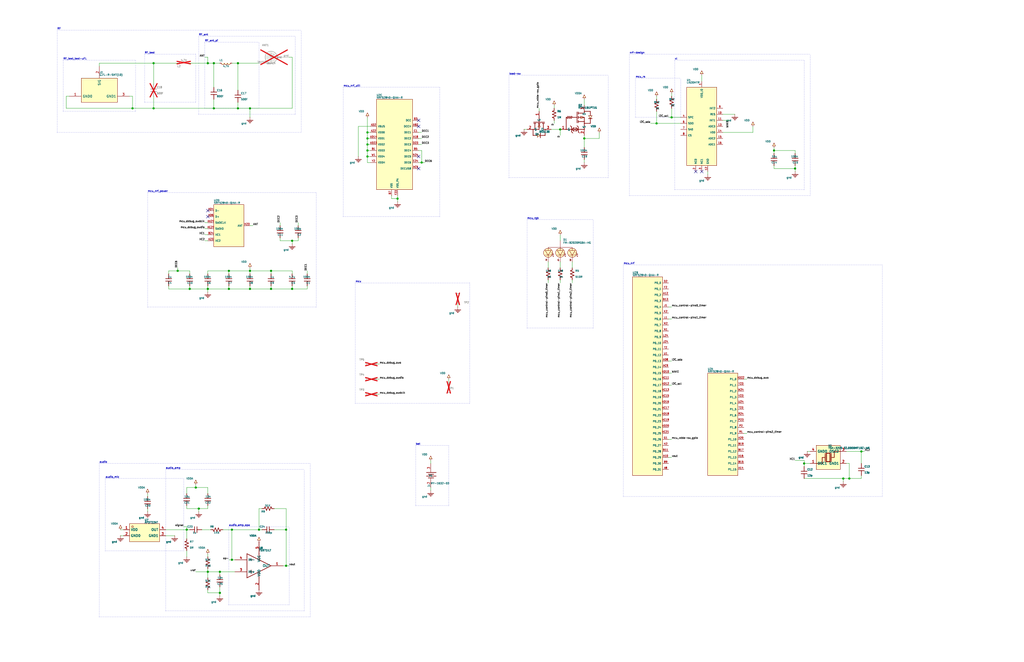
<source format=kicad_sch>
(kicad_sch (version 20230121) (generator jitx)
  (paper "B")
  (lib_symbols
    (symbol "VDDA" (power)
      (property "Reference" "#PWR" (at 35.0 60.0 0.0))
      (property "Value" "VDDA" (at -2.54 2.54 0.0))
      (symbol "VDDA_1_0"
        (pin power_in line (at 0.0 0.0 90) (length 0.0) (name "VDDA") (number "~"))
      )
    )
    (symbol "gnd" (power)
      (property "Reference" "#PWR" (at 35.0 60.0 0.0))
      (property "Value" "gnd" (at -2.54 -2.54 0.0))
      (symbol "gnd_1_0"
        (pin power_in line (at 0.0 0.0 270) (length 0.0) (name "gnd") (number "~"))
      )
    )
    (symbol "VDD" (power)
      (property "Reference" "#PWR" (at 35.0 60.0 0.0))
      (property "Value" "VDD" (at -2.54 2.54 0.0))
      (symbol "VDD_1_0"
        (pin power_in line (at 0.0 0.0 90) (length 0.0) (name "VDD") (number "~"))
      )
    )
    (symbol "capacitor_sym"
      (property "Reference" "U" (at 1.27 1.27 0.0))
      (property "Value" "capacitor_sym" (at 1.27 -1.27 0.0))
      (symbol "capacitor_sym_1_0"
        (pin unspecified line (at 0.0 2.54 270) (length 0.0) (name "1") (number "~"))
        (pin unspecified line (at 0.0 -2.54 90) (length 0.0) (name "2") (number "~"))
      )
    )
    (symbol "inductor_sym"
      (property "Reference" "U" (at 1.27 1.27 0.0))
      (property "Value" "inductor_sym" (at 1.27 -1.27 0.0))
      (symbol "inductor_sym_1_0"
        (pin unspecified line (at 0.0 2.54 270) (length 0.0) (name "1") (number "~"))
        (pin unspecified line (at 0.0 -2.54 90) (length 0.0) (name "2") (number "~"))
      )
    )
    (symbol "capacitor_sym_1"
      (property "Reference" "U" (at 1.27 1.27 0.0))
      (property "Value" "capacitor_sym_1" (at 1.27 -1.27 0.0))
      (symbol "capacitor_sym_1_1_0"
        (pin unspecified line (at 0.0 2.54 270) (length 0.0) (name "1") (number "~"))
        (pin unspecified line (at 0.0 -2.54 90) (length 0.0) (name "2") (number "~"))
      )
    )
    (symbol "capacitor_sym_2"
      (property "Reference" "U" (at 1.27 1.27 0.0))
      (property "Value" "capacitor_sym_2" (at 1.27 -1.27 0.0))
      (symbol "capacitor_sym_2_1_0"
        (pin unspecified line (at 0.0 2.54 270) (length 0.0) (name "1") (number "~"))
        (pin unspecified line (at 0.0 -2.54 90) (length 0.0) (name "2") (number "~"))
      )
    )
    (symbol "sym_MY_1632_03"
      (property "Reference" "U" (at 0.0 4.286 0.0))
      (property "Value" "sym_MY_1632_03" (at 0.0 3.286 0.0))
      (symbol "sym_MY_1632_03_1_0"
        (pin unspecified line (at -5.08 0.0 0) (length 3.81) (name "1") (number "~"))
        (pin unspecified line (at 5.08 0.0 180) (length 3.81) (name "2") (number "~"))
      )
    )
    (symbol "resistor_sym"
      (property "Reference" "U" (at 1.27 1.27 0.0))
      (property "Value" "resistor_sym" (at 1.27 -1.27 0.0))
      (symbol "resistor_sym_1_0"
        (pin unspecified line (at 0.0 2.54 270) (length 0.0) (name "2") (number "~"))
        (pin unspecified line (at 0.0 -2.54 90) (length 0.0) (name "1") (number "~"))
      )
    )
    (symbol "capacitor_sym_3"
      (property "Reference" "U" (at 1.27 1.27 0.0))
      (property "Value" "capacitor_sym_3" (at 1.27 -1.27 0.0))
      (symbol "capacitor_sym_3_1_0"
        (pin unspecified line (at 0.0 2.54 270) (length 0.0) (name "1") (number "~"))
        (pin unspecified line (at 0.0 -2.54 90) (length 0.0) (name "2") (number "~"))
      )
    )
    (symbol "resistor_sym_1"
      (property "Reference" "U" (at 1.27 1.27 0.0))
      (property "Value" "resistor_sym_1" (at 1.27 -1.27 0.0))
      (symbol "resistor_sym_1_1_0"
        (pin unspecified line (at 0.0 2.54 270) (length 0.0) (name "1") (number "~"))
        (pin unspecified line (at 0.0 -2.54 90) (length 0.0) (name "2") (number "~"))
      )
    )
    (symbol "capacitor_sym_4"
      (property "Reference" "U" (at 1.27 1.27 0.0))
      (property "Value" "capacitor_sym_4" (at 1.27 -1.27 0.0))
      (symbol "capacitor_sym_4_1_0"
        (pin unspecified line (at 0.0 2.54 270) (length 0.0) (name "1") (number "~"))
        (pin unspecified line (at 0.0 -2.54 90) (length 0.0) (name "2") (number "~"))
      )
    )
    (symbol "sym_TS971ILT"
      (property "Reference" "U" (at 0.0 7.08 0.0))
      (property "Value" "sym_TS971ILT" (at 0.0 6.08 0.0))
      (symbol "sym_TS971ILT_1_0"
        (pin unspecified line (at 10.16 0.0 180) (length 5.08) (name "OUT") (number "~"))
        (pin unspecified line (at 0.0 10.16 270) (length 5.08) (name "VCC") (number "~"))
        (pin unspecified line (at -10.16 2.54 0) (length 5.08) (name "IN-") (number "~"))
        (pin unspecified line (at -10.16 -2.54 0) (length 5.08) (name "IN+") (number "~"))
        (pin unspecified line (at 0.0 -10.16 90) (length 5.08) (name "VDD") (number "~"))
      )
    )
    (symbol "box_symbol_0L_16R_0T_0B"
      (property "Reference" "U" (at -6.35 22.952 0.0))
      (property "Value" "box_symbol_0L_16R_0T_0B" (at -6.35 21.89 0.0))
      (symbol "box_symbol_0L_16R_0T_0B_1_0"
        (pin unspecified line (at 8.89 19.05 180) (length 2.54) (name "R0") (number "~"))
        (pin unspecified line (at 8.89 16.51 180) (length 2.54) (name "R1") (number "~"))
        (pin unspecified line (at 8.89 13.97 180) (length 2.54) (name "R2") (number "~"))
        (pin unspecified line (at 8.89 11.43 180) (length 2.54) (name "R3") (number "~"))
        (pin unspecified line (at 8.89 8.89 180) (length 2.54) (name "R4") (number "~"))
        (pin unspecified line (at 8.89 6.35 180) (length 2.54) (name "R5") (number "~"))
        (pin unspecified line (at 8.89 3.81 180) (length 2.54) (name "R6") (number "~"))
        (pin unspecified line (at 8.89 1.27 180) (length 2.54) (name "R7") (number "~"))
        (pin unspecified line (at 8.89 -1.27 180) (length 2.54) (name "R8") (number "~"))
        (pin unspecified line (at 8.89 -3.81 180) (length 2.54) (name "R9") (number "~"))
        (pin unspecified line (at 8.89 -6.35 180) (length 2.54) (name "R10") (number "~"))
        (pin unspecified line (at 8.89 -8.89 180) (length 2.54) (name "R11") (number "~"))
        (pin unspecified line (at 8.89 -11.43 180) (length 2.54) (name "R12") (number "~"))
        (pin unspecified line (at 8.89 -13.97 180) (length 2.54) (name "R13") (number "~"))
        (pin unspecified line (at 8.89 -16.51 180) (length 2.54) (name "R14") (number "~"))
        (pin unspecified line (at 8.89 -19.05 180) (length 2.54) (name "R15") (number "~"))
      )
    )
    (symbol "resistor_sym_2"
      (property "Reference" "U" (at 1.27 1.27 0.0))
      (property "Value" "resistor_sym_2" (at 1.27 -1.27 0.0))
      (symbol "resistor_sym_2_1_0"
        (pin unspecified line (at 0.0 2.54 270) (length 0.0) (name "2") (number "~"))
        (pin unspecified line (at 0.0 -2.54 90) (length 0.0) (name "1") (number "~"))
      )
    )
    (symbol "capacitor_sym_5"
      (property "Reference" "U" (at 1.27 1.27 0.0))
      (property "Value" "capacitor_sym_5" (at 1.27 -1.27 0.0))
      (symbol "capacitor_sym_5_1_0"
        (pin unspecified line (at 0.0 2.54 270) (length 0.0) (name "1") (number "~"))
        (pin unspecified line (at 0.0 -2.54 90) (length 0.0) (name "2") (number "~"))
      )
    )
    (symbol "inductor_sym_1"
      (property "Reference" "U" (at 1.27 1.27 0.0))
      (property "Value" "inductor_sym_1" (at 1.27 -1.27 0.0))
      (symbol "inductor_sym_1_1_0"
        (pin unspecified line (at 0.0 2.54 270) (length 0.0) (name "1") (number "~"))
        (pin unspecified line (at 0.0 -2.54 90) (length 0.0) (name "2") (number "~"))
      )
    )
    (symbol "capacitor_sym_6"
      (property "Reference" "U" (at 1.27 1.27 0.0))
      (property "Value" "capacitor_sym_6" (at 1.27 -1.27 0.0))
      (symbol "capacitor_sym_6_1_0"
        (pin unspecified line (at 0.0 2.54 270) (length 0.0) (name "1") (number "~"))
        (pin unspecified line (at 0.0 -2.54 90) (length 0.0) (name "2") (number "~"))
      )
    )
    (symbol "sym_U_FL_R_SMT_10_"
      (property "Reference" "U" (at 0.0 9.62 0.0))
      (property "Value" "sym_U_FL_R_SMT_10_" (at 0.0 8.62 0.0))
      (symbol "sym_U_FL_R_SMT_10__1_0"
        (pin unspecified line (at -12.7 0.0 0) (length 5.08) (name "GND0") (number "~"))
        (pin unspecified line (at 0.0 12.7 270) (length 5.08) (name "SIG") (number "~"))
        (pin unspecified line (at 12.7 0.0 180) (length 5.08) (name "GND1") (number "~"))
      )
    )
    (symbol "resistor_sym_3"
      (property "Reference" "U" (at 1.27 1.27 0.0))
      (property "Value" "resistor_sym_3" (at 1.27 -1.27 0.0))
      (symbol "resistor_sym_3_1_0"
        (pin unspecified line (at 0.0 2.54 270) (length 0.0) (name "2") (number "~"))
        (pin unspecified line (at 0.0 -2.54 90) (length 0.0) (name "1") (number "~"))
      )
    )
    (symbol "box_symbol_0L_32R_0T_0B"
      (property "Reference" "U" (at -6.35 43.272 0.0))
      (property "Value" "box_symbol_0L_32R_0T_0B" (at -6.35 42.21 0.0))
      (symbol "box_symbol_0L_32R_0T_0B_1_0"
        (pin unspecified line (at 8.89 39.37 180) (length 2.54) (name "R0") (number "~"))
        (pin unspecified line (at 8.89 36.83 180) (length 2.54) (name "R1") (number "~"))
        (pin unspecified line (at 8.89 34.29 180) (length 2.54) (name "R2") (number "~"))
        (pin unspecified line (at 8.89 31.75 180) (length 2.54) (name "R3") (number "~"))
        (pin unspecified line (at 8.89 29.21 180) (length 2.54) (name "R4") (number "~"))
        (pin unspecified line (at 8.89 26.67 180) (length 2.54) (name "R5") (number "~"))
        (pin unspecified line (at 8.89 24.13 180) (length 2.54) (name "R6") (number "~"))
        (pin unspecified line (at 8.89 21.59 180) (length 2.54) (name "R7") (number "~"))
        (pin unspecified line (at 8.89 19.05 180) (length 2.54) (name "R8") (number "~"))
        (pin unspecified line (at 8.89 16.51 180) (length 2.54) (name "R9") (number "~"))
        (pin unspecified line (at 8.89 13.97 180) (length 2.54) (name "R10") (number "~"))
        (pin unspecified line (at 8.89 11.43 180) (length 2.54) (name "R11") (number "~"))
        (pin unspecified line (at 8.89 8.89 180) (length 2.54) (name "R12") (number "~"))
        (pin unspecified line (at 8.89 6.35 180) (length 2.54) (name "R13") (number "~"))
        (pin unspecified line (at 8.89 3.81 180) (length 2.54) (name "R14") (number "~"))
        (pin unspecified line (at 8.89 1.27 180) (length 2.54) (name "R15") (number "~"))
        (pin unspecified line (at 8.89 -1.27 180) (length 2.54) (name "R16") (number "~"))
        (pin unspecified line (at 8.89 -3.81 180) (length 2.54) (name "R17") (number "~"))
        (pin unspecified line (at 8.89 -6.35 180) (length 2.54) (name "R18") (number "~"))
        (pin unspecified line (at 8.89 -8.89 180) (length 2.54) (name "R19") (number "~"))
        (pin unspecified line (at 8.89 -11.43 180) (length 2.54) (name "R20") (number "~"))
        (pin unspecified line (at 8.89 -13.97 180) (length 2.54) (name "R21") (number "~"))
        (pin unspecified line (at 8.89 -16.51 180) (length 2.54) (name "R22") (number "~"))
        (pin unspecified line (at 8.89 -19.05 180) (length 2.54) (name "R23") (number "~"))
        (pin unspecified line (at 8.89 -21.59 180) (length 2.54) (name "R24") (number "~"))
        (pin unspecified line (at 8.89 -24.13 180) (length 2.54) (name "R25") (number "~"))
        (pin unspecified line (at 8.89 -26.67 180) (length 2.54) (name "R26") (number "~"))
        (pin unspecified line (at 8.89 -29.21 180) (length 2.54) (name "R27") (number "~"))
        (pin unspecified line (at 8.89 -31.75 180) (length 2.54) (name "R28") (number "~"))
        (pin unspecified line (at 8.89 -34.29 180) (length 2.54) (name "R29") (number "~"))
        (pin unspecified line (at 8.89 -36.83 180) (length 2.54) (name "R30") (number "~"))
        (pin unspecified line (at 8.89 -39.37 180) (length 2.54) (name "R31") (number "~"))
      )
    )
    (symbol "capacitor_sym_7"
      (property "Reference" "U" (at 1.27 1.27 0.0))
      (property "Value" "capacitor_sym_7" (at 1.27 -1.27 0.0))
      (symbol "capacitor_sym_7_1_0"
        (pin unspecified line (at 0.0 2.54 270) (length 0.0) (name "1") (number "~"))
        (pin unspecified line (at 0.0 -2.54 90) (length 0.0) (name "2") (number "~"))
      )
    )
    (symbol "resistor_sym_4"
      (property "Reference" "U" (at 1.27 1.27 0.0))
      (property "Value" "resistor_sym_4" (at 1.27 -1.27 0.0))
      (symbol "resistor_sym_4_1_0"
        (pin unspecified line (at 0.0 2.54 270) (length 0.0) (name "1") (number "~"))
        (pin unspecified line (at 0.0 -2.54 90) (length 0.0) (name "2") (number "~"))
      )
    )
    (symbol "sym_TSX_3225_32_0000MF10Z_W6"
      (property "Reference" "U" (at 0.0 4.54 0.0))
      (property "Value" "sym_TSX_3225_32_0000MF10Z_W6" (at 0.0 3.54 0.0))
      (symbol "sym_TSX_3225_32_0000MF10Z_W6_1_0"
        (pin unspecified line (at -7.62 2.54 0) (length 2.54) (name "GND0") (number "~"))
        (pin unspecified line (at 7.62 -2.54 180) (length 2.54) (name "GND1") (number "~"))
        (pin unspecified line (at -7.62 -2.54 0) (length 2.54) (name "OSC1") (number "~"))
        (pin unspecified line (at 7.62 2.54 180) (length 2.54) (name "OSC2") (number "~"))
      )
    )
    (symbol "capacitor_sym_8"
      (property "Reference" "U" (at 1.27 1.27 0.0))
      (property "Value" "capacitor_sym_8" (at 1.27 -1.27 0.0))
      (symbol "capacitor_sym_8_1_0"
        (pin unspecified line (at 0.0 2.54 270) (length 0.0) (name "1") (number "~"))
        (pin unspecified line (at 0.0 -2.54 90) (length 0.0) (name "2") (number "~"))
      )
    )
    (symbol "capacitor_sym_9"
      (property "Reference" "U" (at 1.27 1.27 0.0))
      (property "Value" "capacitor_sym_9" (at 1.27 -1.27 0.0))
      (symbol "capacitor_sym_9_1_0"
        (pin unspecified line (at 0.0 2.54 270) (length 0.0) (name "1") (number "~"))
        (pin unspecified line (at 0.0 -2.54 90) (length 0.0) (name "2") (number "~"))
      )
    )
    (symbol "box_symbol_4L_7R_1T_3B"
      (property "Reference" "U" (at -6.35 19.142 0.0))
      (property "Value" "box_symbol_4L_7R_1T_3B" (at -6.35 18.08 0.0))
      (symbol "box_symbol_4L_7R_1T_3B_1_0"
        (pin unspecified line (at -8.89 3.81 0) (length 2.54) (name "L0") (number "~"))
        (pin unspecified line (at -8.89 1.27 0) (length 2.54) (name "L1") (number "~"))
        (pin unspecified line (at -8.89 -1.27 0) (length 2.54) (name "L2") (number "~"))
        (pin unspecified line (at -8.89 -3.81 0) (length 2.54) (name "L3") (number "~"))
        (pin unspecified line (at 8.89 7.62 180) (length 2.54) (name "R0") (number "~"))
        (pin unspecified line (at 8.89 5.08 180) (length 2.54) (name "R1") (number "~"))
        (pin unspecified line (at 8.89 2.54 180) (length 2.54) (name "R2") (number "~"))
        (pin unspecified line (at 8.89 0.0 180) (length 2.54) (name "R3") (number "~"))
        (pin unspecified line (at 8.89 -2.54 180) (length 2.54) (name "R4") (number "~"))
        (pin unspecified line (at 8.89 -5.08 180) (length 2.54) (name "R5") (number "~"))
        (pin unspecified line (at 8.89 -7.62 180) (length 2.54) (name "R6") (number "~"))
        (pin unspecified line (at 0.0 19.05 270) (length 2.54) (name "T0") (number "~"))
        (pin unspecified line (at -2.54 -19.05 90) (length 2.54) (name "B0") (number "~"))
        (pin unspecified line (at 0.0 -19.05 90) (length 2.54) (name "B1") (number "~"))
        (pin unspecified line (at 2.54 -19.05 90) (length 2.54) (name "B2") (number "~"))
      )
    )
    (symbol "capacitor_sym_10"
      (property "Reference" "U" (at 1.27 1.27 0.0))
      (property "Value" "capacitor_sym_10" (at 1.27 -1.27 0.0))
      (symbol "capacitor_sym_10_1_0"
        (pin unspecified line (at 0.0 2.54 270) (length 0.0) (name "1") (number "~"))
        (pin unspecified line (at 0.0 -2.54 90) (length 0.0) (name "2") (number "~"))
      )
    )
    (symbol "resistor_sym_5"
      (property "Reference" "U" (at 1.27 1.27 0.0))
      (property "Value" "resistor_sym_5" (at 1.27 -1.27 0.0))
      (symbol "resistor_sym_5_1_0"
        (pin unspecified line (at 0.0 2.54 270) (length 0.0) (name "1") (number "~"))
        (pin unspecified line (at 0.0 -2.54 90) (length 0.0) (name "2") (number "~"))
      )
    )
    (symbol "capacitor_sym_11"
      (property "Reference" "U" (at 1.27 1.27 0.0))
      (property "Value" "capacitor_sym_11" (at 1.27 -1.27 0.0))
      (symbol "capacitor_sym_11_1_0"
        (pin unspecified line (at 0.0 2.54 270) (length 0.0) (name "1") (number "~"))
        (pin unspecified line (at 0.0 -2.54 90) (length 0.0) (name "2") (number "~"))
      )
    )
    (symbol "capacitor_sym_12"
      (property "Reference" "U" (at 1.27 1.27 0.0))
      (property "Value" "capacitor_sym_12" (at 1.27 -1.27 0.0))
      (symbol "capacitor_sym_12_1_0"
        (pin unspecified line (at 0.0 2.54 270) (length 0.0) (name "1") (number "~"))
        (pin unspecified line (at 0.0 -2.54 90) (length 0.0) (name "2") (number "~"))
      )
    )
    (symbol "box_symbol_7L_9R_0T_2B"
      (property "Reference" "U" (at -7.62 20.412 0.0))
      (property "Value" "box_symbol_7L_9R_0T_2B" (at -7.62 19.35 0.0))
      (symbol "box_symbol_7L_9R_0T_2B_1_0"
        (pin unspecified line (at -10.16 7.62 0) (length 2.54) (name "L0") (number "~"))
        (pin unspecified line (at -10.16 5.08 0) (length 2.54) (name "L1") (number "~"))
        (pin unspecified line (at -10.16 2.54 0) (length 2.54) (name "L2") (number "~"))
        (pin unspecified line (at -10.16 0.0 0) (length 2.54) (name "L3") (number "~"))
        (pin unspecified line (at -10.16 -2.54 0) (length 2.54) (name "L4") (number "~"))
        (pin unspecified line (at -10.16 -5.08 0) (length 2.54) (name "L5") (number "~"))
        (pin unspecified line (at -10.16 -7.62 0) (length 2.54) (name "L6") (number "~"))
        (pin unspecified line (at 10.16 10.16 180) (length 2.54) (name "R0") (number "~"))
        (pin unspecified line (at 10.16 7.62 180) (length 2.54) (name "R1") (number "~"))
        (pin unspecified line (at 10.16 5.08 180) (length 2.54) (name "R2") (number "~"))
        (pin unspecified line (at 10.16 2.54 180) (length 2.54) (name "R3") (number "~"))
        (pin unspecified line (at 10.16 0.0 180) (length 2.54) (name "R4") (number "~"))
        (pin unspecified line (at 10.16 -2.54 180) (length 2.54) (name "R5") (number "~"))
        (pin unspecified line (at 10.16 -5.08 180) (length 2.54) (name "R6") (number "~"))
        (pin unspecified line (at 10.16 -7.62 180) (length 2.54) (name "R7") (number "~"))
        (pin unspecified line (at 10.16 -10.16 180) (length 2.54) (name "R8") (number "~"))
        (pin unspecified line (at -1.27 -21.59 90) (length 2.54) (name "B0") (number "~"))
        (pin unspecified line (at 1.27 -21.59 90) (length 2.54) (name "B1") (number "~"))
      )
    )
    (symbol "capacitor_sym_13"
      (property "Reference" "U" (at 1.27 1.27 0.0))
      (property "Value" "capacitor_sym_13" (at 1.27 -1.27 0.0))
      (symbol "capacitor_sym_13_1_0"
        (pin unspecified line (at 0.0 2.54 270) (length 0.0) (name "1") (number "~"))
        (pin unspecified line (at 0.0 -2.54 90) (length 0.0) (name "2") (number "~"))
      )
    )
    (symbol "sym_AP3722AT"
      (property "Reference" "U" (at 0.0 4.921 0.0))
      (property "Value" "sym_AP3722AT" (at 0.0 3.921 0.0))
      (symbol "sym_AP3722AT_1_0"
        (pin unspecified line (at -8.89 1.27 0) (length 2.54) (name "VDD") (number "~"))
        (pin unspecified line (at -8.89 -1.27 0) (length 2.54) (name "GND0") (number "~"))
        (pin unspecified line (at 8.89 -1.27 180) (length 2.54) (name "GND1") (number "~"))
        (pin unspecified line (at 8.89 1.27 180) (length 2.54) (name "OUT") (number "~"))
      )
    )
    (symbol "sym_BSS138"
      (property "Reference" "U" (at 0.0 4.54 0.0))
      (property "Value" "sym_BSS138" (at 0.0 3.54 0.0))
      (symbol "sym_BSS138_1_0"
        (pin unspecified line (at 2.54 5.08 270) (length 2.54) (name "D") (number "~"))
        (pin unspecified line (at -5.08 0.0 0) (length 2.54) (name "G") (number "~"))
        (pin unspecified line (at 2.54 -5.08 90) (length 2.54) (name "S") (number "~"))
      )
    )
    (symbol "capacitor_sym_14"
      (property "Reference" "U" (at 1.27 1.27 0.0))
      (property "Value" "capacitor_sym_14" (at 1.27 -1.27 0.0))
      (symbol "capacitor_sym_14_1_0"
        (pin unspecified line (at 0.0 2.54 270) (length 0.0) (name "1") (number "~"))
        (pin unspecified line (at 0.0 -2.54 90) (length 0.0) (name "2") (number "~"))
      )
    )
    (symbol "capacitor_sym_15"
      (property "Reference" "U" (at 1.27 1.27 0.0))
      (property "Value" "capacitor_sym_15" (at 1.27 -1.27 0.0))
      (symbol "capacitor_sym_15_1_0"
        (pin unspecified line (at 0.0 2.54 270) (length 0.0) (name "1") (number "~"))
        (pin unspecified line (at 0.0 -2.54 90) (length 0.0) (name "2") (number "~"))
      )
    )
    (symbol "resistor_sym_6"
      (property "Reference" "U" (at 1.27 1.27 0.0))
      (property "Value" "resistor_sym_6" (at 1.27 -1.27 0.0))
      (symbol "resistor_sym_6_1_0"
        (pin unspecified line (at 0.0 2.54 270) (length 0.0) (name "1") (number "~"))
        (pin unspecified line (at 0.0 -2.54 90) (length 0.0) (name "2") (number "~"))
      )
    )
    (symbol "ALTIUM_POWER_ARROW"
      (property "Value" "ALTIUM_POWER_ARROW" (at 2.54 -0.508 0.0))
      (symbol "ALTIUM_POWER_ARROW_1_0"
        (pin unspecified line (at 0.0 0.0 0) (length 0.0) (name "0") (number "~"))
      )
    )
    (symbol "capacitor_sym_16"
      (property "Reference" "U" (at 1.27 1.27 0.0))
      (property "Value" "capacitor_sym_16" (at 1.27 -1.27 0.0))
      (symbol "capacitor_sym_16_1_0"
        (pin unspecified line (at 0.0 2.54 270) (length 0.0) (name "1") (number "~"))
        (pin unspecified line (at 0.0 -2.54 90) (length 0.0) (name "2") (number "~"))
      )
    )
    (symbol "ALTIUM_POWER_GND_POWER"
      (property "Value" "ALTIUM_POWER_GND_POWER" (at 2.54 -1.016 0.0))
      (symbol "ALTIUM_POWER_GND_POWER_1_0"
        (pin unspecified line (at 0.0 0.0 0) (length 0.0) (name "0") (number "~"))
      )
    )
    (symbol "box_symbol_6L_1R_0T_0B"
      (property "Reference" "U" (at -6.35 10.252 0.0))
      (property "Value" "box_symbol_6L_1R_0T_0B" (at -6.35 9.19 0.0))
      (symbol "box_symbol_6L_1R_0T_0B_1_0"
        (pin unspecified line (at -8.89 6.35 0) (length 2.54) (name "L0") (number "~"))
        (pin unspecified line (at -8.89 3.81 0) (length 2.54) (name "L1") (number "~"))
        (pin unspecified line (at -8.89 1.27 0) (length 2.54) (name "L2") (number "~"))
        (pin unspecified line (at -8.89 -1.27 0) (length 2.54) (name "L3") (number "~"))
        (pin unspecified line (at -8.89 -3.81 0) (length 2.54) (name "L4") (number "~"))
        (pin unspecified line (at -8.89 -6.35 0) (length 2.54) (name "L5") (number "~"))
        (pin unspecified line (at 8.89 0.0 180) (length 2.54) (name "R0") (number "~"))
      )
    )
    (symbol "resistor_sym_7"
      (property "Reference" "U" (at 1.27 1.27 0.0))
      (property "Value" "resistor_sym_7" (at 1.27 -1.27 0.0))
      (symbol "resistor_sym_7_1_0"
        (pin unspecified line (at 0.0 2.54 270) (length 0.0) (name "1") (number "~"))
        (pin unspecified line (at 0.0 -2.54 90) (length 0.0) (name "2") (number "~"))
      )
    )
    (symbol "capacitor_sym_17"
      (property "Reference" "U" (at 1.27 1.27 0.0))
      (property "Value" "capacitor_sym_17" (at 1.27 -1.27 0.0))
      (symbol "capacitor_sym_17_1_0"
        (pin unspecified line (at 0.0 2.54 270) (length 0.0) (name "1") (number "~"))
        (pin unspecified line (at 0.0 -2.54 90) (length 0.0) (name "2") (number "~"))
      )
    )
    (symbol "supply_sym"
      (property "Value" "supply_sym" (at -2.54 2.54 0.0))
      (symbol "supply_sym_1_0"
        (pin unspecified line (at 0.0 0.0 90) (length 0.0) (name "0") (number "~"))
      )
    )
    (symbol "ground_sym"
      (property "Value" "ground_sym" (at -2.54 -2.54 0.0))
      (symbol "ground_sym_1_0"
        (pin unspecified line (at 0.0 0.0 270) (length 0.0) (name "0") (number "~"))
      )
    )
    (symbol "antenna_symbol"
      (property "Reference" "U" (at -3.81 5.08 0.0))
      (property "Value" "antenna_symbol" (at -3.81 3.81 0.0))
      (symbol "antenna_symbol_1_0"
        (pin unspecified line (at -5.08 -2.54 0) (length 2.54) (name "1") (number "~"))
        (pin unspecified line (at 7.62 0.0 180) (length 2.54) (name "2") (number "~"))
      )
    )
    (symbol "capacitor_sym_18"
      (property "Reference" "U" (at 1.27 1.27 0.0))
      (property "Value" "capacitor_sym_18" (at 1.27 -1.27 0.0))
      (symbol "capacitor_sym_18_1_0"
        (pin unspecified line (at 0.0 2.54 270) (length 0.0) (name "1") (number "~"))
        (pin unspecified line (at 0.0 -2.54 90) (length 0.0) (name "2") (number "~"))
      )
    )
    (symbol "sym_NTA4151PT1G"
      (property "Reference" "U" (at 0.0 7.207 0.0))
      (property "Value" "sym_NTA4151PT1G" (at 0.0 6.207 0.0))
      (symbol "sym_NTA4151PT1G_1_0"
        (pin unspecified line (at 2.54 7.62 270) (length 2.54) (name "D") (number "~"))
        (pin unspecified line (at -7.62 -2.54 0) (length 2.54) (name "G") (number "~"))
        (pin unspecified line (at 2.54 -5.08 90) (length 2.54) (name "S") (number "~"))
      )
    )
    (symbol "capacitor_sym_19"
      (property "Reference" "U" (at 1.27 1.27 0.0))
      (property "Value" "capacitor_sym_19" (at 1.27 -1.27 0.0))
      (symbol "capacitor_sym_19_1_0"
        (pin unspecified line (at 0.0 2.54 270) (length 0.0) (name "1") (number "~"))
        (pin unspecified line (at 0.0 -2.54 90) (length 0.0) (name "2") (number "~"))
      )
    )
    (symbol "diode_rgb_led"
      (property "Reference" "U" (at 1.27 5.08 0.0))
      (property "Value" "diode_rgb_led" (at 1.27 3.81 0.0))
      (symbol "diode_rgb_led_1_0"
        (pin unspecified line (at 0.0 5.08 270) (length 0.0) (name "a") (number "~"))
        (pin unspecified line (at -5.08 -3.81 90) (length 0.0) (name "r") (number "~"))
        (pin unspecified line (at 0.0 -3.81 90) (length 0.0) (name "g") (number "~"))
        (pin unspecified line (at 5.08 -3.81 90) (length 0.0) (name "b") (number "~"))
        (text "R" (at -5.842 -3.048 0) (effects (font (size 0.7056 0.7056))))
        (text "G" (at -0.762 -3.048 0) (effects (font (size 0.7056 0.7056))))
        (text "B" (at 4.318 -3.048 0) (effects (font (size 0.7056 0.7056))))
      )
    )
    (symbol "capacitor_sym_20"
      (property "Reference" "U" (at 1.27 1.27 0.0))
      (property "Value" "capacitor_sym_20" (at 1.27 -1.27 0.0))
      (symbol "capacitor_sym_20_1_0"
        (pin unspecified line (at 0.0 2.54 270) (length 0.0) (name "1") (number "~"))
        (pin unspecified line (at 0.0 -2.54 90) (length 0.0) (name "2") (number "~"))
      )
    )
    (symbol "test_point_sym"
      (property "Reference" "U" (at -2.54 1.905 0.0))
      (symbol "test_point_sym_1_0"
        (pin unspecified line (at 2.54 0.0 180) (length 0.0) (name "p") (number "~"))
      )
    )
    (symbol "capacitor_sym_21"
      (property "Reference" "U" (at 1.27 1.27 0.0))
      (property "Value" "capacitor_sym_21" (at 1.27 -1.27 0.0))
      (symbol "capacitor_sym_21_1_0"
        (pin unspecified line (at 0.0 2.54 270) (length 0.0) (name "1") (number "~"))
        (pin unspecified line (at 0.0 -2.54 90) (length 0.0) (name "2") (number "~"))
      )
    )
    (symbol "capacitor_sym_22"
      (property "Reference" "U" (at 1.27 1.27 0.0))
      (property "Value" "capacitor_sym_22" (at 1.27 -1.27 0.0))
      (symbol "capacitor_sym_22_1_0"
        (pin unspecified line (at 0.0 2.54 270) (length 0.0) (name "1") (number "~"))
        (pin unspecified line (at 0.0 -2.54 90) (length 0.0) (name "2") (number "~"))
      )
    )
    (symbol "resistor_sym_8"
      (property "Reference" "U" (at 1.27 1.27 0.0))
      (property "Value" "resistor_sym_8" (at 1.27 -1.27 0.0))
      (symbol "resistor_sym_8_1_0"
        (pin unspecified line (at 0.0 2.54 270) (length 0.0) (name "2") (number "~"))
        (pin unspecified line (at 0.0 -2.54 90) (length 0.0) (name "1") (number "~"))
      )
    )
    (symbol "capacitor_sym_23"
      (property "Reference" "U" (at 1.27 1.27 0.0))
      (property "Value" "capacitor_sym_23" (at 1.27 -1.27 0.0))
      (symbol "capacitor_sym_23_1_0"
        (pin unspecified line (at 0.0 2.54 270) (length 0.0) (name "1") (number "~"))
        (pin unspecified line (at 0.0 -2.54 90) (length 0.0) (name "2") (number "~"))
      )
    )
    (symbol "resistor_sym_9"
      (property "Reference" "U" (at 1.27 1.27 0.0))
      (property "Value" "resistor_sym_9" (at 1.27 -1.27 0.0))
      (symbol "resistor_sym_9_1_0"
        (pin unspecified line (at 0.0 2.54 270) (length 0.0) (name "1") (number "~"))
        (pin unspecified line (at 0.0 -2.54 90) (length 0.0) (name "2") (number "~"))
      )
    )
    (symbol "my_capacitor"
      (property "Reference" "C" (at 1.27 1.27 0.0))
      (property "Value" "my_capacitor" (at 1.27 -1.27 0.0))
      (symbol "my_capacitor_1_0"
        (pin unspecified line (at 0.0 2.54 270) (length 0.0) (name "1") (number "1"))
        (pin unspecified line (at 0.0 -2.54 90) (length 0.0) (name "2") (number "2"))
      )
    )
    (symbol "my_resistor"
      (property "Reference" "R" (at 1.27 1.27 0.0))
      (property "Value" "my_resistor" (at 1.27 -1.27 0.0))
      (symbol "my_resistor_1_0"
        (pin unspecified line (at 0.0 2.54 270) (length 0.0) (name "1") (number "1"))
        (pin unspecified line (at 0.0 -2.54 90) (length 0.0) (name "2") (number "2"))
      )
    )
    (symbol "my_capacitor_1"
      (property "Reference" "C" (at 1.27 1.27 0.0))
      (property "Value" "my_capacitor_1" (at 1.27 -1.27 0.0))
      (symbol "my_capacitor_1_1_0"
        (pin unspecified line (at 0.0 2.54 270) (length 0.0) (name "1") (number "1"))
        (pin unspecified line (at 0.0 -2.54 90) (length 0.0) (name "2") (number "2"))
      )
    )
    (symbol "C2902337"
      (property "Reference" "J" (at 0.0 4.286 0.0))
      (property "Value" "C2902337" (at 0.0 3.286 0.0))
      (symbol "C2902337_1_0"
        (pin unspecified line (at -5.08 0.0 0) (length 3.81) (name "1") (number "3"))
        (pin unspecified line (at -5.08 0.0 0) (length 0.0) (name "1") (number "1"))
        (pin unspecified line (at 5.08 0.0 180) (length 3.81) (name "2") (number "2"))
      )
    )
    (symbol "C107229"
      (property "Reference" "R" (at 1.27 1.27 0.0))
      (property "Value" "C107229" (at 1.27 -1.27 0.0))
      (symbol "C107229_1_0"
        (pin unspecified line (at 0.0 2.54 270) (length 0.0) (name "2") (number "2"))
        (pin unspecified line (at 0.0 -2.54 90) (length 0.0) (name "1") (number "1"))
      )
    )
    (symbol "my_capacitor_2"
      (property "Reference" "C" (at 1.27 1.27 0.0))
      (property "Value" "my_capacitor_2" (at 1.27 -1.27 0.0))
      (symbol "my_capacitor_2_1_0"
        (pin unspecified line (at 0.0 2.54 270) (length 0.0) (name "1") (number "1"))
        (pin unspecified line (at 0.0 -2.54 90) (length 0.0) (name "2") (number "2"))
      )
    )
    (symbol "my_inductor"
      (property "Reference" "L" (at 1.27 1.27 0.0))
      (property "Value" "my_inductor" (at 1.27 -1.27 0.0))
      (symbol "my_inductor_1_0"
        (pin unspecified line (at 0.0 2.54 270) (length 0.0) (name "1") (number "1"))
        (pin unspecified line (at 0.0 -2.54 90) (length 0.0) (name "2") (number "2"))
      )
    )
    (symbol "my_capacitor_3"
      (property "Reference" "C" (at 1.27 1.27 0.0))
      (property "Value" "my_capacitor_3" (at 1.27 -1.27 0.0))
      (symbol "my_capacitor_3_1_0"
        (pin unspecified line (at 0.0 2.54 270) (length 0.0) (name "1") (number "1"))
        (pin unspecified line (at 0.0 -2.54 90) (length 0.0) (name "2") (number "2"))
      )
    )
    (symbol "C2802553"
      (property "Reference" "U" (at 0.0 7.08 0.0))
      (property "Value" "C2802553" (at 0.0 6.08 0.0))
      (symbol "C2802553_1_0"
        (pin unspecified line (at 10.16 0.0 180) (length 5.08) (name "OUT") (number "1"))
        (pin unspecified line (at 0.0 10.16 270) (length 5.08) (name "VCC") (number "5"))
        (pin unspecified line (at -10.16 2.54 0) (length 5.08) (name "IN-") (number "4"))
        (pin unspecified line (at -10.16 -2.54 0) (length 5.08) (name "IN+") (number "3"))
        (pin unspecified line (at 0.0 -10.16 90) (length 5.08) (name "VDD") (number "2"))
      )
    )
    (symbol "C276273"
      (property "Reference" "R" (at 1.27 1.27 0.0))
      (property "Value" "C276273" (at 1.27 -1.27 0.0))
      (symbol "C276273_1_0"
        (pin unspecified line (at 0.0 2.54 270) (length 0.0) (name "2") (number "2"))
        (pin unspecified line (at 0.0 -2.54 90) (length 0.0) (name "1") (number "1"))
      )
    )
    (symbol "my_capacitor_4"
      (property "Reference" "C" (at 1.27 1.27 0.0))
      (property "Value" "my_capacitor_4" (at 1.27 -1.27 0.0))
      (symbol "my_capacitor_4_1_0"
        (pin unspecified line (at 0.0 2.54 270) (length 0.0) (name "1") (number "1"))
        (pin unspecified line (at 0.0 -2.54 90) (length 0.0) (name "2") (number "2"))
      )
    )
    (symbol "my_resistor_1"
      (property "Reference" "R" (at 1.27 1.27 0.0))
      (property "Value" "my_resistor_1" (at 1.27 -1.27 0.0))
      (symbol "my_resistor_1_1_0"
        (pin unspecified line (at 0.0 2.54 270) (length 0.0) (name "1") (number "1"))
        (pin unspecified line (at 0.0 -2.54 90) (length 0.0) (name "2") (number "2"))
      )
    )
    (symbol "u_FL_Connector"
      (property "Reference" "J" (at 0.0 9.62 0.0))
      (property "Value" "u_FL_Connector" (at 0.0 8.62 0.0))
      (symbol "u_FL_Connector_1_0"
        (pin unspecified line (at -12.7 0.0 0) (length 5.08) (name "GND0") (number "1"))
        (pin unspecified line (at 0.0 12.7 270) (length 5.08) (name "SIG") (number "2"))
        (pin unspecified line (at 12.7 0.0 180) (length 5.08) (name "GND1") (number "3"))
      )
    )
    (symbol "my_capacitor_5"
      (property "Reference" "C" (at 1.27 1.27 0.0))
      (property "Value" "my_capacitor_5" (at 1.27 -1.27 0.0))
      (symbol "my_capacitor_5_1_0"
        (pin unspecified line (at 0.0 2.54 270) (length 0.0) (name "1") (number "1"))
        (pin unspecified line (at 0.0 -2.54 90) (length 0.0) (name "2") (number "2"))
      )
    )
    (symbol "my_capacitor_6"
      (property "Reference" "C" (at 1.27 1.27 0.0))
      (property "Value" "my_capacitor_6" (at 1.27 -1.27 0.0))
      (symbol "my_capacitor_6_1_0"
        (pin unspecified line (at 0.0 2.54 270) (length 0.0) (name "1") (number "1"))
        (pin unspecified line (at 0.0 -2.54 90) (length 0.0) (name "2") (number "2"))
      )
    )
    (symbol "inverted_f_antenna_component"
      (property "Reference" "ANT" (at -3.81 5.08 0.0))
      (property "Value" "inverted_f_antenna_component" (at -3.81 3.81 0.0))
      (symbol "inverted_f_antenna_component_1_0"
        (pin unspecified line (at -5.08 -2.54 0) (length 2.54) (name "launch") (number "launch"))
        (pin unspecified line (at 7.62 0.0 180) (length 2.54) (name "gnd") (number "gnd"))
      )
    )
    (symbol "C1986412"
      (property "Reference" "X" (at 0.0 4.54 0.0))
      (property "Value" "C1986412" (at 0.0 3.54 0.0))
      (symbol "C1986412_1_0"
        (pin unspecified line (at -7.62 2.54 0) (length 2.54) (name "GND0") (number "4"))
        (pin unspecified line (at 7.62 -2.54 180) (length 2.54) (name "GND1") (number "2"))
        (pin unspecified line (at -7.62 -2.54 0) (length 2.54) (name "OSC1") (number "1"))
        (pin unspecified line (at 7.62 2.54 180) (length 2.54) (name "OSC2") (number "3"))
      )
    )
    (symbol "my_capacitor_7"
      (property "Reference" "C" (at 1.27 1.27 0.0))
      (property "Value" "my_capacitor_7" (at 1.27 -1.27 0.0))
      (symbol "my_capacitor_7_1_0"
        (pin unspecified line (at 0.0 2.54 270) (length 0.0) (name "1") (number "1"))
        (pin unspecified line (at 0.0 -2.54 90) (length 0.0) (name "2") (number "2"))
      )
    )
    (symbol "my_resistor_2"
      (property "Reference" "R" (at 1.27 1.27 0.0))
      (property "Value" "my_resistor_2" (at 1.27 -1.27 0.0))
      (symbol "my_resistor_2_1_0"
        (pin unspecified line (at 0.0 2.54 270) (length 0.0) (name "1") (number "1"))
        (pin unspecified line (at 0.0 -2.54 90) (length 0.0) (name "2") (number "2"))
      )
    )
    (symbol "my_capacitor_8"
      (property "Reference" "C" (at 1.27 1.27 0.0))
      (property "Value" "my_capacitor_8" (at 1.27 -1.27 0.0))
      (symbol "my_capacitor_8_1_0"
        (pin unspecified line (at 0.0 2.54 270) (length 0.0) (name "1") (number "1"))
        (pin unspecified line (at 0.0 -2.54 90) (length 0.0) (name "2") (number "2"))
      )
    )
    (symbol "my_capacitor_9"
      (property "Reference" "C" (at 1.27 1.27 0.0))
      (property "Value" "my_capacitor_9" (at 1.27 -1.27 0.0))
      (symbol "my_capacitor_9_1_0"
        (pin unspecified line (at 0.0 2.54 270) (length 0.0) (name "1") (number "1"))
        (pin unspecified line (at 0.0 -2.54 90) (length 0.0) (name "2") (number "2"))
      )
    )
    (symbol "my_capacitor_10"
      (property "Reference" "C" (at 1.27 1.27 0.0))
      (property "Value" "my_capacitor_10" (at 1.27 -1.27 0.0))
      (symbol "my_capacitor_10_1_0"
        (pin unspecified line (at 0.0 2.54 270) (length 0.0) (name "1") (number "1"))
        (pin unspecified line (at 0.0 -2.54 90) (length 0.0) (name "2") (number "2"))
      )
    )
    (symbol "XCVR_NRF52840_QIAA_R"
      (property "Reference" "U" (at -6.35 22.952 0.0))
      (property "Value" "XCVR_NRF52840_QIAA_R" (at -6.35 21.89 0.0))
      (symbol "XCVR_NRF52840_QIAA_R_1_0"
        (pin unspecified line (at 8.89 19.05 180) (length 2.54) (name "P1_0") (number "AD22"))
        (pin unspecified line (at 8.89 16.51 180) (length 2.54) (name "P1_1") (number "Y23"))
        (pin unspecified line (at 8.89 13.97 180) (length 2.54) (name "P1_2") (number "W24"))
        (pin unspecified line (at 8.89 11.43 180) (length 2.54) (name "P1_3") (number "V23"))
        (pin unspecified line (at 8.89 8.89 180) (length 2.54) (name "P1_4") (number "U24"))
        (pin unspecified line (at 8.89 6.35 180) (length 2.54) (name "P1_5") (number "T23"))
        (pin unspecified line (at 8.89 3.81 180) (length 2.54) (name "P1_6") (number "R24"))
        (pin unspecified line (at 8.89 1.27 180) (length 2.54) (name "P1_7") (number "P23"))
        (pin unspecified line (at 8.89 -1.27 180) (length 2.54) (name "P1_8") (number "P2"))
        (pin unspecified line (at 8.89 -3.81 180) (length 2.54) (name "P1_9") (number "R1"))
        (pin unspecified line (at 8.89 -6.35 180) (length 2.54) (name "P1_10") (number "A20"))
        (pin unspecified line (at 8.89 -8.89 180) (length 2.54) (name "P1_11") (number "B19"))
        (pin unspecified line (at 8.89 -11.43 180) (length 2.54) (name "P1_12") (number "B17"))
        (pin unspecified line (at 8.89 -13.97 180) (length 2.54) (name "P1_13") (number "A16"))
        (pin unspecified line (at 8.89 -16.51 180) (length 2.54) (name "P1_14") (number "B15"))
        (pin unspecified line (at 8.89 -19.05 180) (length 2.54) (name "P1_15") (number "A14"))
      )
      (symbol "XCVR_NRF52840_QIAA_R_2_0"
        (pin unspecified line (at 8.89 39.37 180) (length 2.54) (name "P0_0") (number "D2"))
        (pin unspecified line (at 8.89 36.83 180) (length 2.54) (name "P0_1") (number "F2"))
        (pin unspecified line (at 8.89 34.29 180) (length 2.54) (name "P0_2") (number "A12"))
        (pin unspecified line (at 8.89 31.75 180) (length 2.54) (name "P0_3") (number "B13"))
        (pin unspecified line (at 8.89 29.21 180) (length 2.54) (name "P0_4") (number "J1"))
        (pin unspecified line (at 8.89 26.67 180) (length 2.54) (name "P0_5") (number "K2"))
        (pin unspecified line (at 8.89 24.13 180) (length 2.54) (name "P0_6") (number "L1"))
        (pin unspecified line (at 8.89 21.59 180) (length 2.54) (name "P0_7") (number "M2"))
        (pin unspecified line (at 8.89 19.05 180) (length 2.54) (name "P0_8") (number "N1"))
        (pin unspecified line (at 8.89 16.51 180) (length 2.54) (name "P0_9") (number "L24"))
        (pin unspecified line (at 8.89 13.97 180) (length 2.54) (name "P0_10") (number "J24"))
        (pin unspecified line (at 8.89 11.43 180) (length 2.54) (name "P0_11") (number "T2"))
        (pin unspecified line (at 8.89 8.89 180) (length 2.54) (name "P0_12") (number "U1"))
        (pin unspecified line (at 8.89 6.35 180) (length 2.54) (name "P0_13") (number "AD8"))
        (pin unspecified line (at 8.89 3.81 180) (length 2.54) (name "P0_14") (number "AC9"))
        (pin unspecified line (at 8.89 1.27 180) (length 2.54) (name "P0_15") (number "AD10"))
        (pin unspecified line (at 8.89 -1.27 180) (length 2.54) (name "P0_16") (number "AC11"))
        (pin unspecified line (at 8.89 -3.81 180) (length 2.54) (name "P0_17") (number "AD12"))
        (pin unspecified line (at 8.89 -6.35 180) (length 2.54) (name "P0_18") (number "AC13"))
        (pin unspecified line (at 8.89 -8.89 180) (length 2.54) (name "P0_19") (number "AC15"))
        (pin unspecified line (at 8.89 -11.43 180) (length 2.54) (name "P0_20") (number "AD16"))
        (pin unspecified line (at 8.89 -13.97 180) (length 2.54) (name "P0_21") (number "AC17"))
        (pin unspecified line (at 8.89 -16.51 180) (length 2.54) (name "P0_22") (number "AD18"))
        (pin unspecified line (at 8.89 -19.05 180) (length 2.54) (name "P0_23") (number "AC19"))
        (pin unspecified line (at 8.89 -21.59 180) (length 2.54) (name "P0_24") (number "AD20"))
        (pin unspecified line (at 8.89 -24.13 180) (length 2.54) (name "P0_25") (number "AC21"))
        (pin unspecified line (at 8.89 -26.67 180) (length 2.54) (name "P0_26") (number "G1"))
        (pin unspecified line (at 8.89 -29.21 180) (length 2.54) (name "P0_27") (number "H2"))
        (pin unspecified line (at 8.89 -31.75 180) (length 2.54) (name "P0_28") (number "B11"))
        (pin unspecified line (at 8.89 -34.29 180) (length 2.54) (name "P0_29") (number "A10"))
        (pin unspecified line (at 8.89 -36.83 180) (length 2.54) (name "P0_30") (number "B9"))
        (pin unspecified line (at 8.89 -39.37 180) (length 2.54) (name "P0_31") (number "A8"))
      )
      (symbol "XCVR_NRF52840_QIAA_R_3_0"
        (pin unspecified line (at -10.16 7.62 0) (length 2.54) (name "VBUS") (number "AD2"))
        (pin unspecified line (at -10.16 5.08 0) (length 2.54) (name "VDD0") (number "A22"))
        (pin unspecified line (at -10.16 2.54 0) (length 2.54) (name "VDD1") (number "AD14"))
        (pin unspecified line (at -10.16 0.0 0) (length 2.54) (name "VDD2") (number "AD23"))
        (pin unspecified line (at -10.16 -2.54 0) (length 2.54) (name "VDD3") (number "B1"))
        (pin unspecified line (at -10.16 -5.08 0) (length 2.54) (name "VDD4") (number "W1"))
        (pin unspecified line (at -10.16 -7.62 0) (length 2.54) (name "VDDH") (number "Y2"))
        (pin unspecified line (at 10.16 10.16 180) (length 2.54) (name "DCC") (number "B3"))
        (pin unspecified line (at 10.16 7.62 180) (length 2.54) (name "DCCH") (number "AB2"))
        (pin unspecified line (at 10.16 5.08 180) (length 2.54) (name "DEC1") (number "C1"))
        (pin unspecified line (at 10.16 2.54 180) (length 2.54) (name "DEC2") (number "A18"))
        (pin unspecified line (at 10.16 0.0 180) (length 2.54) (name "DEC3") (number "D23"))
        (pin unspecified line (at 10.16 -2.54 180) (length 2.54) (name "DEC4") (number "B5"))
        (pin unspecified line (at 10.16 -5.08 180) (length 2.54) (name "DEC5") (number "N24"))
        (pin unspecified line (at 10.16 -7.62 180) (length 2.54) (name "DEC6") (number "E24"))
        (pin unspecified line (at 10.16 -10.16 180) (length 2.54) (name "DECUSB") (number "AC5"))
        (pin unspecified line (at -1.27 -21.59 90) (length 2.54) (name "VSS") (number "B7"))
        (pin unspecified line (at -1.27 -21.59 90) (length 0.0) (name "VSS") (number "74"))
        (pin unspecified line (at 1.27 -21.59 90) (length 2.54) (name "VSS_PA") (number "F23"))
      )
      (symbol "XCVR_NRF52840_QIAA_R_4_0"
        (pin unspecified line (at -8.89 6.35 0) (length 2.54) (name "D-") (number "AD4"))
        (pin unspecified line (at -8.89 3.81 0) (length 2.54) (name "D+") (number "AD6"))
        (pin unspecified line (at -8.89 1.27 0) (length 2.54) (name "SWDCLK") (number "AA24"))
        (pin unspecified line (at -8.89 -1.27 0) (length 2.54) (name "SWDIO") (number "AC24"))
        (pin unspecified line (at -8.89 -3.81 0) (length 2.54) (name "XC1") (number "B24"))
        (pin unspecified line (at -8.89 -6.35 0) (length 2.54) (name "XC2") (number "A23"))
        (pin unspecified line (at 8.89 0.0 180) (length 2.54) (name "ANT") (number "H23"))
      )
    )
    (symbol "my_capacitor_11"
      (property "Reference" "C" (at 1.27 1.27 0.0))
      (property "Value" "my_capacitor_11" (at 1.27 -1.27 0.0))
      (symbol "my_capacitor_11_1_0"
        (pin unspecified line (at 0.0 2.54 270) (length 0.0) (name "1") (number "1"))
        (pin unspecified line (at 0.0 -2.54 90) (length 0.0) (name "2") (number "2"))
      )
    )
    (symbol "my_capacitor_12"
      (property "Reference" "C" (at 1.27 1.27 0.0))
      (property "Value" "my_capacitor_12" (at 1.27 -1.27 0.0))
      (symbol "my_capacitor_12_1_0"
        (pin unspecified line (at 0.0 2.54 270) (length 0.0) (name "1") (number "1"))
        (pin unspecified line (at 0.0 -2.54 90) (length 0.0) (name "2") (number "2"))
      )
    )
    (symbol "my_resistor_3"
      (property "Reference" "R" (at 1.27 1.27 0.0))
      (property "Value" "my_resistor_3" (at 1.27 -1.27 0.0))
      (symbol "my_resistor_3_1_0"
        (pin unspecified line (at 0.0 2.54 270) (length 0.0) (name "1") (number "1"))
        (pin unspecified line (at 0.0 -2.54 90) (length 0.0) (name "2") (number "2"))
      )
    )
    (symbol "my_capacitor_13"
      (property "Reference" "C" (at 1.27 1.27 0.0))
      (property "Value" "my_capacitor_13" (at 1.27 -1.27 0.0))
      (symbol "my_capacitor_13_1_0"
        (pin unspecified line (at 0.0 2.54 270) (length 0.0) (name "1") (number "1"))
        (pin unspecified line (at 0.0 -2.54 90) (length 0.0) (name "2") (number "2"))
      )
    )
    (symbol "C918198"
      (property "Reference" "U" (at 0.0 4.921 0.0))
      (property "Value" "C918198" (at 0.0 3.921 0.0))
      (symbol "C918198_1_0"
        (pin unspecified line (at -8.89 1.27 0) (length 2.54) (name "VDD") (number "1"))
        (pin unspecified line (at -8.89 -1.27 0) (length 2.54) (name "GND0") (number "2"))
        (pin unspecified line (at 8.89 -1.27 180) (length 2.54) (name "GND1") (number "3"))
        (pin unspecified line (at 8.89 1.27 180) (length 2.54) (name "OUT") (number "4"))
      )
    )
    (symbol "C78284"
      (property "Reference" "Q" (at 0.0 4.54 0.0))
      (property "Value" "C78284" (at 0.0 3.54 0.0))
      (symbol "C78284_1_0"
        (pin unspecified line (at 2.54 5.08 270) (length 2.54) (name "D") (number "3"))
        (pin unspecified line (at -5.08 0.0 0) (length 2.54) (name "G") (number "1"))
        (pin unspecified line (at 2.54 -5.08 90) (length 2.54) (name "S") (number "2"))
      )
    )
    (symbol "my_resistor_4"
      (property "Reference" "R" (at 1.27 1.27 0.0))
      (property "Value" "my_resistor_4" (at 1.27 -1.27 0.0))
      (symbol "my_resistor_4_1_0"
        (pin unspecified line (at 0.0 2.54 270) (length 0.0) (name "1") (number "1"))
        (pin unspecified line (at 0.0 -2.54 90) (length 0.0) (name "2") (number "2"))
      )
    )
    (symbol "my_capacitor_14"
      (property "Reference" "C" (at 1.27 1.27 0.0))
      (property "Value" "my_capacitor_14" (at 1.27 -1.27 0.0))
      (symbol "my_capacitor_14_1_0"
        (pin unspecified line (at 0.0 2.54 270) (length 0.0) (name "1") (number "1"))
        (pin unspecified line (at 0.0 -2.54 90) (length 0.0) (name "2") (number "2"))
      )
    )
    (symbol "my_capacitor_15"
      (property "Reference" "C" (at 1.27 1.27 0.0))
      (property "Value" "my_capacitor_15" (at 1.27 -1.27 0.0))
      (symbol "my_capacitor_15_1_0"
        (pin unspecified line (at 0.0 2.54 270) (length 0.0) (name "1") (number "1"))
        (pin unspecified line (at 0.0 -2.54 90) (length 0.0) (name "2") (number "2"))
      )
    )
    (symbol "my_capacitor_16"
      (property "Reference" "C" (at 1.27 1.27 0.0))
      (property "Value" "my_capacitor_16" (at 1.27 -1.27 0.0))
      (symbol "my_capacitor_16_1_0"
        (pin unspecified line (at 0.0 2.54 270) (length 0.0) (name "1") (number "1"))
        (pin unspecified line (at 0.0 -2.54 90) (length 0.0) (name "2") (number "2"))
      )
    )
    (symbol "C15134"
      (property "Reference" "U" (at -6.35 19.142 0.0))
      (property "Value" "C15134" (at -6.35 18.08 0.0))
      (symbol "C15134_1_0"
        (pin unspecified line (at -8.89 3.81 0) (length 2.54) (name "SPC") (number "4"))
        (pin unspecified line (at -8.89 1.27 0) (length 2.54) (name "SDO") (number "6"))
        (pin unspecified line (at -8.89 -1.27 0) (length 2.54) (name "SA0") (number "7"))
        (pin unspecified line (at -8.89 -3.81 0) (length 2.54) (name "CS") (number "8"))
        (pin unspecified line (at 8.89 7.62 180) (length 2.54) (name "INT2") (number "9"))
        (pin unspecified line (at 8.89 5.08 180) (length 2.54) (name "RES") (number "10"))
        (pin unspecified line (at 8.89 2.54 180) (length 2.54) (name "INT1") (number "11"))
        (pin unspecified line (at 8.89 0.0 180) (length 2.54) (name "ADC3") (number "13"))
        (pin unspecified line (at 8.89 -2.54 180) (length 2.54) (name "VDD") (number "14"))
        (pin unspecified line (at 8.89 -5.08 180) (length 2.54) (name "ADC2") (number "15"))
        (pin unspecified line (at 8.89 -7.62 180) (length 2.54) (name "ADC1") (number "16"))
        (pin unspecified line (at 0.0 19.05 270) (length 2.54) (name "VDD_IO") (number "1"))
        (pin unspecified line (at -2.54 -19.05 90) (length 2.54) (name "NC0") (number "2"))
        (pin unspecified line (at 0.0 -19.05 90) (length 2.54) (name "NC1") (number "3"))
        (pin unspecified line (at 2.54 -19.05 90) (length 2.54) (name "GND") (number "12"))
        (pin unspecified line (at 2.54 -19.05 90) (length 0.0) (name "GND") (number "5"))
      )
    )
    (symbol "my_capacitor_17"
      (property "Reference" "C" (at 1.27 1.27 0.0))
      (property "Value" "my_capacitor_17" (at 1.27 -1.27 0.0))
      (symbol "my_capacitor_17_1_0"
        (pin unspecified line (at 0.0 2.54 270) (length 0.0) (name "1") (number "1"))
        (pin unspecified line (at 0.0 -2.54 90) (length 0.0) (name "2") (number "2"))
      )
    )
    (symbol "C54876"
      (property "Reference" "Q" (at 0.0 7.207 0.0))
      (property "Value" "C54876" (at 0.0 6.207 0.0))
      (symbol "C54876_1_0"
        (pin unspecified line (at 2.54 7.62 270) (length 2.54) (name "D") (number "3"))
        (pin unspecified line (at -7.62 -2.54 0) (length 2.54) (name "G") (number "1"))
        (pin unspecified line (at 2.54 -5.08 90) (length 2.54) (name "S") (number "2"))
      )
    )
    (symbol "my_capacitor_18"
      (property "Reference" "C" (at 1.27 1.27 0.0))
      (property "Value" "my_capacitor_18" (at 1.27 -1.27 0.0))
      (symbol "my_capacitor_18_1_0"
        (pin unspecified line (at 0.0 2.54 270) (length 0.0) (name "1") (number "1"))
        (pin unspecified line (at 0.0 -2.54 90) (length 0.0) (name "2") (number "2"))
      )
    )
    (symbol "my_capacitor_19"
      (property "Reference" "C" (at 1.27 1.27 0.0))
      (property "Value" "my_capacitor_19" (at 1.27 -1.27 0.0))
      (symbol "my_capacitor_19_1_0"
        (pin unspecified line (at 0.0 2.54 270) (length 0.0) (name "1") (number "1"))
        (pin unspecified line (at 0.0 -2.54 90) (length 0.0) (name "2") (number "2"))
      )
    )
    (symbol "C107229_1"
      (property "Reference" "R" (at 1.27 1.27 0.0))
      (property "Value" "C107229_1" (at 1.27 -1.27 0.0))
      (symbol "C107229_1_1_0"
        (pin unspecified line (at 0.0 2.54 270) (length 0.0) (name "2") (number "2"))
        (pin unspecified line (at 0.0 -2.54 90) (length 0.0) (name "1") (number "1"))
      )
    )
    (symbol "my_capacitor_20"
      (property "Reference" "C" (at 1.27 1.27 0.0))
      (property "Value" "my_capacitor_20" (at 1.27 -1.27 0.0))
      (symbol "my_capacitor_20_1_0"
        (pin unspecified line (at 0.0 2.54 270) (length 0.0) (name "1") (number "1"))
        (pin unspecified line (at 0.0 -2.54 90) (length 0.0) (name "2") (number "2"))
      )
    )
    (symbol "C108793"
      (property "Reference" "D" (at 1.27 5.08 0.0))
      (property "Value" "C108793" (at 1.27 3.81 0.0))
      (symbol "C108793_1_0"
        (pin unspecified line (at 0.0 5.08 270) (length 0.0) (name "led_a") (number "3"))
        (pin unspecified line (at -5.08 -3.81 90) (length 0.0) (name "led_r") (number "1"))
        (pin unspecified line (at 0.0 -3.81 90) (length 0.0) (name "led_g") (number "4"))
        (pin unspecified line (at 5.08 -3.81 90) (length 0.0) (name "led_b") (number "2"))
        (text "R" (at -5.842 -3.048 0) (effects (font (size 0.7056 0.7056))))
        (text "G" (at -0.762 -3.048 0) (effects (font (size 0.7056 0.7056))))
        (text "B" (at 4.318 -3.048 0) (effects (font (size 0.7056 0.7056))))
      )
    )
    (symbol "smd_testpoint_cmp"
      (property "Reference" "TP" (at -2.54 1.905 0.0))
      (symbol "smd_testpoint_cmp_1_0"
        (pin unspecified line (at 2.54 0.0 180) (length 0.0) (name "p") (number "p"))
      )
    )
    (symbol "my_resistor_5"
      (property "Reference" "R" (at 1.27 1.27 0.0))
      (property "Value" "my_resistor_5" (at 1.27 -1.27 0.0))
      (symbol "my_resistor_5_1_0"
        (pin unspecified line (at 0.0 2.54 270) (length 0.0) (name "1") (number "1"))
        (pin unspecified line (at 0.0 -2.54 90) (length 0.0) (name "2") (number "2"))
      )
    )
    (symbol "my_capacitor_21"
      (property "Reference" "C" (at 1.27 1.27 0.0))
      (property "Value" "my_capacitor_21" (at 1.27 -1.27 0.0))
      (symbol "my_capacitor_21_1_0"
        (pin unspecified line (at 0.0 2.54 270) (length 0.0) (name "1") (number "1"))
        (pin unspecified line (at 0.0 -2.54 90) (length 0.0) (name "2") (number "2"))
      )
    )
    (symbol "my_inductor_1"
      (property "Reference" "L" (at 1.27 1.27 0.0))
      (property "Value" "my_inductor_1" (at 1.27 -1.27 0.0))
      (symbol "my_inductor_1_1_0"
        (pin unspecified line (at 0.0 2.54 270) (length 0.0) (name "1") (number "1"))
        (pin unspecified line (at 0.0 -2.54 90) (length 0.0) (name "2") (number "2"))
      )
    )
    (symbol "my_capacitor_22"
      (property "Reference" "C" (at 1.27 1.27 0.0))
      (property "Value" "my_capacitor_22" (at 1.27 -1.27 0.0))
      (symbol "my_capacitor_22_1_0"
        (pin unspecified line (at 0.0 2.54 270) (length 0.0) (name "1") (number "1"))
        (pin unspecified line (at 0.0 -2.54 90) (length 0.0) (name "2") (number "2"))
      )
    )
    (symbol "my_capacitor_23"
      (property "Reference" "C" (at 1.27 1.27 0.0))
      (property "Value" "my_capacitor_23" (at 1.27 -1.27 0.0))
      (symbol "my_capacitor_23_1_0"
        (pin unspecified line (at 0.0 2.54 270) (length 0.0) (name "1") (number "1"))
        (pin unspecified line (at 0.0 -2.54 90) (length 0.0) (name "2") (number "2"))
      )
    )
    (symbol "C107229_2"
      (property "Reference" "R" (at 1.27 1.27 0.0))
      (property "Value" "C107229_2" (at 1.27 -1.27 0.0))
      (symbol "C107229_2_1_0"
        (pin unspecified line (at 0.0 2.54 270) (length 0.0) (name "2") (number "2"))
        (pin unspecified line (at 0.0 -2.54 90) (length 0.0) (name "1") (number "1"))
      )
    )
  )
  (wire (pts (xy 233.68 45.72) (xy 233.68 44.45)) (stroke (width 0.127)))
  (wire (pts (xy 233.68 52.07) (xy 233.68 50.8)) (stroke (width 0.127)))
  (wire (pts (xy 220.98 54.61) (xy 222.25 54.61)) (stroke (width 0.127)))
  (wire (pts (xy 232.41 54.61) (xy 236.22 54.61)) (stroke (width 0.127)))
  (wire (pts (xy 236.22 57.15) (xy 236.22 54.61)) (stroke (width 0.127)))
  (wire (pts (xy 227.33 46.99) (xy 227.33 45.72)) (stroke (width 0.127)))
  (wire (pts (xy 246.38 43.18) (xy 246.38 41.91)) (stroke (width 0.127)))
  (wire (pts (xy 246.38 68.58) (xy 246.38 67.31)) (stroke (width 0.127)))
  (wire (pts (xy 246.38 58.42) (xy 252.73 58.42)) (stroke (width 0.127)))
  (wire (pts (xy 246.38 58.42) (xy 246.38 57.15)) (stroke (width 0.127)))
  (wire (pts (xy 252.73 58.42) (xy 252.73 55.88)) (stroke (width 0.127)))
  (wire (pts (xy 246.38 62.23) (xy 246.38 58.42)) (stroke (width 0.127)))
  (wire (pts (xy 313.69 182.88) (xy 314.96 182.88)) (stroke (width 0.127)))
  (wire (pts (xy 313.69 160.02) (xy 314.96 160.02)) (stroke (width 0.127)))
  (wire (pts (xy 363.22 190.5) (xy 364.49 190.5)) (stroke (width 0.127)))
  (wire (pts (xy 356.87 190.5) (xy 363.22 190.5)) (stroke (width 0.127)))
  (wire (pts (xy 363.22 195.58) (xy 363.22 190.5)) (stroke (width 0.127)))
  (wire (pts (xy 339.09 201.93) (xy 355.6 201.93)) (stroke (width 0.127)))
  (wire (pts (xy 356.87 195.58) (xy 358.14 195.58)) (stroke (width 0.127)))
  (wire (pts (xy 355.6 201.93) (xy 358.14 201.93)) (stroke (width 0.127)))
  (wire (pts (xy 358.14 201.93) (xy 363.22 201.93)) (stroke (width 0.127)))
  (wire (pts (xy 358.14 201.93) (xy 358.14 195.58)) (stroke (width 0.127)))
  (wire (pts (xy 355.6 203.2) (xy 355.6 201.93)) (stroke (width 0.127)))
  (wire (pts (xy 363.22 201.93) (xy 363.22 200.66)) (stroke (width 0.127)))
  (wire (pts (xy 340.36 190.5) (xy 341.63 190.5)) (stroke (width 0.127)))
  (wire (pts (xy 339.09 195.58) (xy 341.63 195.58)) (stroke (width 0.127)))
  (wire (pts (xy 335.28 194.31) (xy 339.09 194.31)) (stroke (width 0.127)))
  (wire (pts (xy 339.09 196.85) (xy 339.09 195.58)) (stroke (width 0.127)))
  (wire (pts (xy 339.09 195.58) (xy 339.09 194.31)) (stroke (width 0.127)))
  (wire (pts (xy 281.94 129.54) (xy 283.21 129.54)) (stroke (width 0.127)))
  (wire (pts (xy 281.94 162.56) (xy 283.21 162.56)) (stroke (width 0.127)))
  (wire (pts (xy 281.94 185.42) (xy 283.21 185.42)) (stroke (width 0.127)))
  (wire (pts (xy 281.94 157.48) (xy 283.21 157.48)) (stroke (width 0.127)))
  (wire (pts (xy 281.94 152.4) (xy 283.21 152.4)) (stroke (width 0.127)))
  (wire (pts (xy 281.94 134.62) (xy 283.21 134.62)) (stroke (width 0.127)))
  (wire (pts (xy 281.94 193.04) (xy 283.21 193.04)) (stroke (width 0.127)))
  (wire (pts (xy 236.22 119.38) (xy 236.22 118.11)) (stroke (width 0.127)))
  (wire (pts (xy 236.22 113.03) (xy 236.22 110.49)) (stroke (width 0.127)))
  (wire (pts (xy 241.3 119.38) (xy 241.3 118.11)) (stroke (width 0.127)))
  (wire (pts (xy 241.3 113.03) (xy 241.3 110.49)) (stroke (width 0.127)))
  (wire (pts (xy 236.22 100.33) (xy 236.22 99.06)) (stroke (width 0.127)))
  (wire (pts (xy 231.14 119.38) (xy 231.14 118.11)) (stroke (width 0.127)))
  (wire (pts (xy 231.14 113.03) (xy 231.14 110.49)) (stroke (width 0.127)))
  (wire (pts (xy 123.19 101.6) (xy 125.73 101.6)) (stroke (width 0.127)))
  (wire (pts (xy 118.11 101.6) (xy 123.19 101.6)) (stroke (width 0.127)))
  (wire (pts (xy 123.19 102.87) (xy 123.19 101.6)) (stroke (width 0.127)))
  (wire (pts (xy 118.11 101.6) (xy 118.11 100.33)) (stroke (width 0.127)))
  (wire (pts (xy 125.73 101.6) (xy 125.73 100.33)) (stroke (width 0.127)))
  (wire (pts (xy 125.73 95.25) (xy 125.73 93.98)) (stroke (width 0.127)))
  (wire (pts (xy 118.11 95.25) (xy 118.11 93.98)) (stroke (width 0.127)))
  (wire (pts (xy 87.63 121.92) (xy 96.52 121.92)) (stroke (width 0.127)))
  (wire (pts (xy 96.52 121.92) (xy 105.41 121.92)) (stroke (width 0.127)))
  (wire (pts (xy 114.3 121.92) (xy 123.19 121.92)) (stroke (width 0.127)))
  (wire (pts (xy 123.19 121.92) (xy 129.54 121.92)) (stroke (width 0.127)))
  (wire (pts (xy 105.41 121.92) (xy 114.3 121.92)) (stroke (width 0.127)))
  (wire (pts (xy 71.12 121.92) (xy 80.01 121.92)) (stroke (width 0.127)))
  (wire (pts (xy 80.01 121.92) (xy 87.63 121.92)) (stroke (width 0.127)))
  (wire (pts (xy 96.52 121.92) (xy 96.52 120.65)) (stroke (width 0.127)))
  (wire (pts (xy 123.19 121.92) (xy 123.19 120.65)) (stroke (width 0.127)))
  (wire (pts (xy 71.12 121.92) (xy 71.12 120.65)) (stroke (width 0.127)))
  (wire (pts (xy 105.41 121.92) (xy 105.41 120.65)) (stroke (width 0.127)))
  (wire (pts (xy 87.63 123.19) (xy 87.63 121.92)) (stroke (width 0.127)))
  (wire (pts (xy 129.54 121.92) (xy 129.54 120.65)) (stroke (width 0.127)))
  (wire (pts (xy 114.3 121.92) (xy 114.3 120.65)) (stroke (width 0.127)))
  (wire (pts (xy 87.63 121.92) (xy 87.63 120.65)) (stroke (width 0.127)))
  (wire (pts (xy 80.01 121.92) (xy 80.01 120.65)) (stroke (width 0.127)))
  (wire (pts (xy 129.54 115.57) (xy 129.54 114.3)) (stroke (width 0.127)))
  (wire (pts (xy 74.93 114.3) (xy 80.01 114.3)) (stroke (width 0.127)))
  (wire (pts (xy 71.12 114.3) (xy 74.93 114.3)) (stroke (width 0.127)))
  (wire (pts (xy 80.01 115.57) (xy 80.01 114.3)) (stroke (width 0.127)))
  (wire (pts (xy 71.12 115.57) (xy 71.12 114.3)) (stroke (width 0.127)))
  (wire (pts (xy 74.93 114.3) (xy 74.93 113.03)) (stroke (width 0.127)))
  (wire (pts (xy 87.63 114.3) (xy 96.52 114.3)) (stroke (width 0.127)))
  (wire (pts (xy 96.52 114.3) (xy 105.41 114.3)) (stroke (width 0.127)))
  (wire (pts (xy 114.3 114.3) (xy 123.19 114.3)) (stroke (width 0.127)))
  (wire (pts (xy 105.41 114.3) (xy 114.3 114.3)) (stroke (width 0.127)))
  (wire (pts (xy 96.52 115.57) (xy 96.52 114.3)) (stroke (width 0.127)))
  (wire (pts (xy 114.3 115.57) (xy 114.3 114.3)) (stroke (width 0.127)))
  (wire (pts (xy 87.63 115.57) (xy 87.63 114.3)) (stroke (width 0.127)))
  (wire (pts (xy 105.41 114.3) (xy 105.41 113.03)) (stroke (width 0.127)))
  (wire (pts (xy 123.19 115.57) (xy 123.19 114.3)) (stroke (width 0.127)))
  (wire (pts (xy 105.41 115.57) (xy 105.41 114.3)) (stroke (width 0.127)))
  (wire (pts (xy 86.36 99.06) (xy 87.63 99.06)) (stroke (width 0.127)))
  (wire (pts (xy 86.36 101.6) (xy 87.63 101.6)) (stroke (width 0.127)))
  (wire (pts (xy 105.41 95.25) (xy 106.68 95.25)) (stroke (width 0.127)))
  (wire (pts (xy 86.36 96.52) (xy 87.63 96.52)) (stroke (width 0.127)))
  (wire (pts (xy 86.36 93.98) (xy 87.63 93.98)) (stroke (width 0.127)))
  (wire (pts (xy 283.21 40.64) (xy 283.21 39.37)) (stroke (width 0.127)))
  (wire (pts (xy 276.86 41.91) (xy 276.86 40.64)) (stroke (width 0.127)))
  (wire (pts (xy 304.8 48.26) (xy 309.88 48.26)) (stroke (width 0.127)))
  (wire (pts (xy 298.45 73.66) (xy 298.45 72.39)) (stroke (width 0.127)))
  (wire (pts (xy 295.91 33.02) (xy 295.91 31.75)) (stroke (width 0.127)))
  (wire (pts (xy 304.8 55.88) (xy 317.5 55.88)) (stroke (width 0.127)))
  (wire (pts (xy 317.5 55.88) (xy 317.5 53.34)) (stroke (width 0.127)))
  (wire (pts (xy 304.8 50.8) (xy 307.34 50.8)) (stroke (width 0.127)))
  (wire (pts (xy 274.32 52.07) (xy 276.86 52.07)) (stroke (width 0.127)))
  (wire (pts (xy 276.86 52.07) (xy 287.02 52.07)) (stroke (width 0.127)))
  (wire (pts (xy 276.86 52.07) (xy 276.86 46.99)) (stroke (width 0.127)))
  (wire (pts (xy 281.94 49.53) (xy 283.21 49.53)) (stroke (width 0.127)))
  (wire (pts (xy 283.21 49.53) (xy 287.02 49.53)) (stroke (width 0.127)))
  (wire (pts (xy 283.21 49.53) (xy 283.21 45.72)) (stroke (width 0.127)))
  (wire (pts (xy 326.39 63.5) (xy 335.28 63.5)) (stroke (width 0.127)))
  (wire (pts (xy 326.39 63.5) (xy 326.39 62.23)) (stroke (width 0.127)))
  (wire (pts (xy 326.39 64.77) (xy 326.39 63.5)) (stroke (width 0.127)))
  (wire (pts (xy 335.28 64.77) (xy 335.28 63.5)) (stroke (width 0.127)))
  (wire (pts (xy 326.39 71.12) (xy 335.28 71.12)) (stroke (width 0.127)))
  (wire (pts (xy 335.28 71.12) (xy 335.28 69.85)) (stroke (width 0.127)))
  (wire (pts (xy 326.39 71.12) (xy 326.39 69.85)) (stroke (width 0.127)))
  (wire (pts (xy 335.28 72.39) (xy 335.28 71.12)) (stroke (width 0.127)))
  (wire (pts (xy 181.61 207.01) (xy 181.61 205.74)) (stroke (width 0.127)))
  (wire (pts (xy 181.61 195.58) (xy 181.61 194.31)) (stroke (width 0.127)))
  (wire (pts (xy 158.75 153.67) (xy 160.02 153.67)) (stroke (width 0.127)))
  (wire (pts (xy 158.75 160.02) (xy 160.02 160.02)) (stroke (width 0.127)))
  (wire (pts (xy 158.75 166.37) (xy 160.02 166.37)) (stroke (width 0.127)))
  (wire (pts (xy 193.04 129.54) (xy 193.04 128.27)) (stroke (width 0.127)))
  (wire (pts (xy 189.23 161.29) (xy 189.23 160.02)) (stroke (width 0.127)))
  (wire (pts (xy 78.74 214.63) (xy 83.82 214.63)) (stroke (width 0.127)))
  (wire (pts (xy 83.82 214.63) (xy 87.63 214.63)) (stroke (width 0.127)))
  (wire (pts (xy 78.74 214.63) (xy 78.74 213.36)) (stroke (width 0.127)))
  (wire (pts (xy 87.63 214.63) (xy 87.63 213.36)) (stroke (width 0.127)))
  (wire (pts (xy 83.82 215.9) (xy 83.82 214.63)) (stroke (width 0.127)))
  (wire (pts (xy 78.74 205.74) (xy 82.55 205.74)) (stroke (width 0.127)))
  (wire (pts (xy 82.55 205.74) (xy 87.63 205.74)) (stroke (width 0.127)))
  (wire (pts (xy 82.55 205.74) (xy 82.55 204.47)) (stroke (width 0.127)))
  (wire (pts (xy 78.74 208.28) (xy 78.74 205.74)) (stroke (width 0.127)))
  (wire (pts (xy 87.63 208.28) (xy 87.63 205.74)) (stroke (width 0.127)))
  (wire (pts (xy 62.23 215.9) (xy 62.23 214.63)) (stroke (width 0.127)))
  (wire (pts (xy 62.23 209.55) (xy 62.23 208.28)) (stroke (width 0.127)))
  (wire (pts (xy 115.57 223.52) (xy 120.65 223.52)) (stroke (width 0.127)))
  (wire (pts (xy 119.38 238.76) (xy 120.65 238.76)) (stroke (width 0.127)))
  (wire (pts (xy 120.65 238.76) (xy 121.92 238.76)) (stroke (width 0.127)))
  (wire (pts (xy 115.57 214.63) (xy 120.65 214.63)) (stroke (width 0.127)))
  (wire (pts (xy 120.65 223.52) (xy 120.65 214.63)) (stroke (width 0.127)))
  (wire (pts (xy 120.65 238.76) (xy 120.65 223.52)) (stroke (width 0.127)))
  (wire (pts (xy 96.52 236.22) (xy 97.79 236.22)) (stroke (width 0.127)))
  (wire (pts (xy 109.22 214.63) (xy 110.49 214.63)) (stroke (width 0.127)))
  (wire (pts (xy 93.98 223.52) (xy 97.79 223.52)) (stroke (width 0.127)))
  (wire (pts (xy 97.79 236.22) (xy 99.06 236.22)) (stroke (width 0.127)))
  (wire (pts (xy 109.22 223.52) (xy 110.49 223.52)) (stroke (width 0.127)))
  (wire (pts (xy 97.79 223.52) (xy 109.22 223.52)) (stroke (width 0.127)))
  (wire (pts (xy 109.22 223.52) (xy 109.22 214.63)) (stroke (width 0.127)))
  (wire (pts (xy 97.79 236.22) (xy 97.79 223.52)) (stroke (width 0.127)))
  (wire (pts (xy 69.85 226.06) (xy 73.66 226.06)) (stroke (width 0.127)))
  (wire (pts (xy 87.63 250.19) (xy 92.71 250.19)) (stroke (width 0.127)))
  (wire (pts (xy 87.63 250.19) (xy 87.63 248.92)) (stroke (width 0.127)))
  (wire (pts (xy 92.71 250.19) (xy 92.71 247.65)) (stroke (width 0.127)))
  (wire (pts (xy 92.71 251.46) (xy 92.71 250.19)) (stroke (width 0.127)))
  (wire (pts (xy 92.71 241.3) (xy 99.06 241.3)) (stroke (width 0.127)))
  (wire (pts (xy 87.63 241.3) (xy 92.71 241.3)) (stroke (width 0.127)))
  (wire (pts (xy 82.55 241.3) (xy 87.63 241.3)) (stroke (width 0.127)))
  (wire (pts (xy 87.63 241.3) (xy 87.63 240.03)) (stroke (width 0.127)))
  (wire (pts (xy 87.63 243.84) (xy 87.63 241.3)) (stroke (width 0.127)))
  (wire (pts (xy 92.71 242.57) (xy 92.71 241.3)) (stroke (width 0.127)))
  (wire (pts (xy 87.63 234.95) (xy 87.63 233.68)) (stroke (width 0.127)))
  (wire (pts (xy 50.8 226.06) (xy 52.07 226.06)) (stroke (width 0.127)))
  (wire (pts (xy 50.8 223.52) (xy 52.07 223.52)) (stroke (width 0.127)))
  (wire (pts (xy 69.85 223.52) (xy 78.74 223.52)) (stroke (width 0.127)))
  (wire (pts (xy 78.74 223.52) (xy 80.01 223.52)) (stroke (width 0.127)))
  (wire (pts (xy 77.47 222.25) (xy 78.74 222.25)) (stroke (width 0.127)))
  (wire (pts (xy 78.74 227.33) (xy 78.74 223.52)) (stroke (width 0.127)))
  (wire (pts (xy 78.74 223.52) (xy 78.74 222.25)) (stroke (width 0.127)))
  (wire (pts (xy 78.74 234.95) (xy 78.74 232.41)) (stroke (width 0.127)))
  (wire (pts (xy 85.09 223.52) (xy 88.9 223.52)) (stroke (width 0.127)))
  (wire (pts (xy 97.79 26.67) (xy 100.33 26.67)) (stroke (width 0.127)))
  (wire (pts (xy 100.33 26.67) (xy 109.22 26.67)) (stroke (width 0.127)))
  (wire (pts (xy 100.33 38.1) (xy 100.33 26.67)) (stroke (width 0.127)))
  (wire (pts (xy 64.77 26.67) (xy 74.93 26.67)) (stroke (width 0.127)))
  (wire (pts (xy 41.91 26.67) (xy 64.77 26.67)) (stroke (width 0.127)))
  (wire (pts (xy 64.77 35.56) (xy 64.77 26.67)) (stroke (width 0.127)))
  (wire (pts (xy 41.91 27.94) (xy 41.91 26.67)) (stroke (width 0.127)))
  (wire (pts (xy 90.17 45.72) (xy 100.33 45.72)) (stroke (width 0.127)))
  (wire (pts (xy 64.77 45.72) (xy 90.17 45.72)) (stroke (width 0.127)))
  (wire (pts (xy 54.61 40.64) (xy 55.88 40.64)) (stroke (width 0.127)))
  (wire (pts (xy 27.94 45.72) (xy 55.88 45.72)) (stroke (width 0.127)))
  (wire (pts (xy 27.94 40.64) (xy 29.21 40.64)) (stroke (width 0.127)))
  (wire (pts (xy 105.41 45.72) (xy 123.19 45.72)) (stroke (width 0.127)))
  (wire (pts (xy 55.88 45.72) (xy 64.77 45.72)) (stroke (width 0.127)))
  (wire (pts (xy 100.33 45.72) (xy 105.41 45.72)) (stroke (width 0.127)))
  (wire (pts (xy 121.92 24.13) (xy 123.19 24.13)) (stroke (width 0.127)))
  (wire (pts (xy 90.17 45.72) (xy 90.17 41.91)) (stroke (width 0.127)))
  (wire (pts (xy 55.88 45.72) (xy 55.88 40.64)) (stroke (width 0.127)))
  (wire (pts (xy 27.94 45.72) (xy 27.94 40.64)) (stroke (width 0.127)))
  (wire (pts (xy 64.77 45.72) (xy 64.77 40.64)) (stroke (width 0.127)))
  (wire (pts (xy 123.19 45.72) (xy 123.19 24.13)) (stroke (width 0.127)))
  (wire (pts (xy 105.41 49.53) (xy 105.41 45.72)) (stroke (width 0.127)))
  (wire (pts (xy 100.33 45.72) (xy 100.33 43.18)) (stroke (width 0.127)))
  (wire (pts (xy 86.36 24.13) (xy 87.63 24.13)) (stroke (width 0.127)))
  (wire (pts (xy 90.17 26.67) (xy 92.71 26.67)) (stroke (width 0.127)))
  (wire (pts (xy 87.63 26.67) (xy 90.17 26.67)) (stroke (width 0.127)))
  (wire (pts (xy 80.01 26.67) (xy 87.63 26.67)) (stroke (width 0.127)))
  (wire (pts (xy 87.63 26.67) (xy 87.63 24.13)) (stroke (width 0.127)))
  (wire (pts (xy 90.17 36.83) (xy 90.17 26.67)) (stroke (width 0.127)))
  (wire (pts (xy 176.53 58.42) (xy 177.8 58.42)) (stroke (width 0.127)))
  (wire (pts (xy 151.13 53.34) (xy 156.21 53.34)) (stroke (width 0.127)))
  (wire (pts (xy 151.13 66.04) (xy 151.13 53.34)) (stroke (width 0.127)))
  (wire (pts (xy 165.1 83.82) (xy 167.64 83.82)) (stroke (width 0.127)))
  (wire (pts (xy 167.64 83.82) (xy 167.64 82.55)) (stroke (width 0.127)))
  (wire (pts (xy 167.64 85.09) (xy 167.64 83.82)) (stroke (width 0.127)))
  (wire (pts (xy 165.1 83.82) (xy 165.1 82.55)) (stroke (width 0.127)))
  (wire (pts (xy 176.53 55.88) (xy 177.8 55.88)) (stroke (width 0.127)))
  (wire (pts (xy 176.53 60.96) (xy 177.8 60.96)) (stroke (width 0.127)))
  (wire (pts (xy 176.53 63.5) (xy 177.8 63.5)) (stroke (width 0.127)))
  (wire (pts (xy 177.8 68.58) (xy 179.07 68.58)) (stroke (width 0.127)))
  (wire (pts (xy 176.53 68.58) (xy 177.8 68.58)) (stroke (width 0.127)))
  (wire (pts (xy 177.8 68.58) (xy 177.8 63.5)) (stroke (width 0.127)))
  (wire (pts (xy 154.94 66.04) (xy 156.21 66.04)) (stroke (width 0.127)))
  (wire (pts (xy 154.94 60.96) (xy 156.21 60.96)) (stroke (width 0.127)))
  (wire (pts (xy 154.94 55.88) (xy 156.21 55.88)) (stroke (width 0.127)))
  (wire (pts (xy 154.94 68.58) (xy 156.21 68.58)) (stroke (width 0.127)))
  (wire (pts (xy 154.94 58.42) (xy 156.21 58.42)) (stroke (width 0.127)))
  (wire (pts (xy 154.94 63.5) (xy 156.21 63.5)) (stroke (width 0.127)))
  (wire (pts (xy 154.94 66.04) (xy 154.94 63.5)) (stroke (width 0.127)))
  (wire (pts (xy 154.94 68.58) (xy 154.94 66.04)) (stroke (width 0.127)))
  (wire (pts (xy 154.94 63.5) (xy 154.94 60.96)) (stroke (width 0.127)))
  (wire (pts (xy 154.94 60.96) (xy 154.94 58.42)) (stroke (width 0.127)))
  (wire (pts (xy 154.94 55.88) (xy 154.94 49.53)) (stroke (width 0.127)))
  (wire (pts (xy 154.94 58.42) (xy 154.94 55.88)) (stroke (width 0.127)))
  (wire (pts (xy 246.38 44.45) (xy 246.38 43.18)) (stroke (width 0.127)))
  (wire (pts (xy 236.22 101.6) (xy 236.22 100.33)) (stroke (width 0.127)))
  (wire (pts (xy 295.91 34.29) (xy 295.91 33.02)) (stroke (width 0.127)))
  (polyline (pts (xy 214.63 31.75) (xy 256.54 31.75)) (stroke (width 0.127) (type dot)))
  (polyline (pts (xy 214.63 74.93) (xy 256.54 74.93)) (stroke (width 0.127) (type dot)))
  (polyline (pts (xy 214.63 74.93) (xy 214.63 31.75)) (stroke (width 0.127) (type dot)))
  (polyline (pts (xy 256.54 74.93) (xy 256.54 31.75)) (stroke (width 0.127) (type dot)))
  (polyline (pts (xy 262.89 111.76) (xy 372.11 111.76)) (stroke (width 0.127) (type dot)))
  (polyline (pts (xy 262.89 209.55) (xy 372.11 209.55)) (stroke (width 0.127) (type dot)))
  (polyline (pts (xy 262.89 209.55) (xy 262.89 111.76)) (stroke (width 0.127) (type dot)))
  (polyline (pts (xy 372.11 209.55) (xy 372.11 111.76)) (stroke (width 0.127) (type dot)))
  (polyline (pts (xy 222.25 92.71) (xy 250.19 92.71)) (stroke (width 0.127) (type dot)))
  (polyline (pts (xy 222.25 138.43) (xy 250.19 138.43)) (stroke (width 0.127) (type dot)))
  (polyline (pts (xy 222.25 138.43) (xy 222.25 92.71)) (stroke (width 0.127) (type dot)))
  (polyline (pts (xy 250.19 138.43) (xy 250.19 92.71)) (stroke (width 0.127) (type dot)))
  (polyline (pts (xy 62.23 81.28) (xy 133.35 81.28)) (stroke (width 0.127) (type dot)))
  (polyline (pts (xy 62.23 129.54) (xy 133.35 129.54)) (stroke (width 0.127) (type dot)))
  (polyline (pts (xy 62.23 129.54) (xy 62.23 81.28)) (stroke (width 0.127) (type dot)))
  (polyline (pts (xy 133.35 129.54) (xy 133.35 81.28)) (stroke (width 0.127) (type dot)))
  (polyline (pts (xy 265.43 22.86) (xy 341.63 22.86)) (stroke (width 0.127) (type dot)))
  (polyline (pts (xy 265.43 82.55) (xy 341.63 82.55)) (stroke (width 0.127) (type dot)))
  (polyline (pts (xy 265.43 82.55) (xy 265.43 22.86)) (stroke (width 0.127) (type dot)))
  (polyline (pts (xy 341.63 82.55) (xy 341.63 22.86)) (stroke (width 0.127) (type dot)))
  (polyline (pts (xy 284.48 25.4) (xy 339.09 25.4)) (stroke (width 0.127) (type dot)))
  (polyline (pts (xy 284.48 80.01) (xy 339.09 80.01)) (stroke (width 0.127) (type dot)))
  (polyline (pts (xy 284.48 80.01) (xy 284.48 25.4)) (stroke (width 0.127) (type dot)))
  (polyline (pts (xy 339.09 80.01) (xy 339.09 25.4)) (stroke (width 0.127) (type dot)))
  (polyline (pts (xy 267.97 33.02) (xy 287.02 33.02)) (stroke (width 0.127) (type dot)))
  (polyline (pts (xy 267.97 49.53) (xy 287.02 49.53)) (stroke (width 0.127) (type dot)))
  (polyline (pts (xy 267.97 49.53) (xy 267.97 33.02)) (stroke (width 0.127) (type dot)))
  (polyline (pts (xy 287.02 49.53) (xy 287.02 33.02)) (stroke (width 0.127) (type dot)))
  (polyline (pts (xy 175.26 187.96) (xy 189.23 187.96)) (stroke (width 0.127) (type dot)))
  (polyline (pts (xy 175.26 213.36) (xy 189.23 213.36)) (stroke (width 0.127) (type dot)))
  (polyline (pts (xy 175.26 213.36) (xy 175.26 187.96)) (stroke (width 0.127) (type dot)))
  (polyline (pts (xy 189.23 213.36) (xy 189.23 187.96)) (stroke (width 0.127) (type dot)))
  (polyline (pts (xy 149.86 119.38) (xy 198.12 119.38)) (stroke (width 0.127) (type dot)))
  (polyline (pts (xy 149.86 170.18) (xy 198.12 170.18)) (stroke (width 0.127) (type dot)))
  (polyline (pts (xy 149.86 170.18) (xy 149.86 119.38)) (stroke (width 0.127) (type dot)))
  (polyline (pts (xy 198.12 170.18) (xy 198.12 119.38)) (stroke (width 0.127) (type dot)))
  (polyline (pts (xy 41.91 195.58) (xy 130.81 195.58)) (stroke (width 0.127) (type dot)))
  (polyline (pts (xy 41.91 260.35) (xy 130.81 260.35)) (stroke (width 0.127) (type dot)))
  (polyline (pts (xy 41.91 260.35) (xy 41.91 195.58)) (stroke (width 0.127) (type dot)))
  (polyline (pts (xy 130.81 260.35) (xy 130.81 195.58)) (stroke (width 0.127) (type dot)))
  (polyline (pts (xy 44.45 201.93) (xy 77.47 201.93)) (stroke (width 0.127) (type dot)))
  (polyline (pts (xy 44.45 232.41) (xy 77.47 232.41)) (stroke (width 0.127) (type dot)))
  (polyline (pts (xy 44.45 232.41) (xy 44.45 201.93)) (stroke (width 0.127) (type dot)))
  (polyline (pts (xy 77.47 232.41) (xy 77.47 201.93)) (stroke (width 0.127) (type dot)))
  (polyline (pts (xy 69.85 198.12) (xy 128.27 198.12)) (stroke (width 0.127) (type dot)))
  (polyline (pts (xy 69.85 257.81) (xy 128.27 257.81)) (stroke (width 0.127) (type dot)))
  (polyline (pts (xy 69.85 257.81) (xy 69.85 198.12)) (stroke (width 0.127) (type dot)))
  (polyline (pts (xy 128.27 257.81) (xy 128.27 198.12)) (stroke (width 0.127) (type dot)))
  (polyline (pts (xy 96.52 222.25) (xy 121.92 222.25)) (stroke (width 0.127) (type dot)))
  (polyline (pts (xy 96.52 255.27) (xy 121.92 255.27)) (stroke (width 0.127) (type dot)))
  (polyline (pts (xy 96.52 255.27) (xy 96.52 222.25)) (stroke (width 0.127) (type dot)))
  (polyline (pts (xy 121.92 255.27) (xy 121.92 222.25)) (stroke (width 0.127) (type dot)))
  (polyline (pts (xy 24.13 12.7) (xy 127.0 12.7)) (stroke (width 0.127) (type dot)))
  (polyline (pts (xy 24.13 55.88) (xy 127.0 55.88)) (stroke (width 0.127) (type dot)))
  (polyline (pts (xy 24.13 55.88) (xy 24.13 12.7)) (stroke (width 0.127) (type dot)))
  (polyline (pts (xy 127.0 55.88) (xy 127.0 12.7)) (stroke (width 0.127) (type dot)))
  (polyline (pts (xy 83.82 15.24) (xy 124.46 15.24)) (stroke (width 0.127) (type dot)))
  (polyline (pts (xy 83.82 48.26) (xy 124.46 48.26)) (stroke (width 0.127) (type dot)))
  (polyline (pts (xy 83.82 48.26) (xy 83.82 15.24)) (stroke (width 0.127) (type dot)))
  (polyline (pts (xy 124.46 48.26) (xy 124.46 15.24)) (stroke (width 0.127) (type dot)))
  (polyline (pts (xy 86.36 17.78) (xy 109.22 17.78)) (stroke (width 0.127) (type dot)))
  (polyline (pts (xy 86.36 45.72) (xy 109.22 45.72)) (stroke (width 0.127) (type dot)))
  (polyline (pts (xy 86.36 45.72) (xy 86.36 17.78)) (stroke (width 0.127) (type dot)))
  (polyline (pts (xy 109.22 45.72) (xy 109.22 17.78)) (stroke (width 0.127) (type dot)))
  (polyline (pts (xy 26.67 25.4) (xy 57.15 25.4)) (stroke (width 0.127) (type dot)))
  (polyline (pts (xy 26.67 46.99) (xy 57.15 46.99)) (stroke (width 0.127) (type dot)))
  (polyline (pts (xy 26.67 46.99) (xy 26.67 25.4)) (stroke (width 0.127) (type dot)))
  (polyline (pts (xy 57.15 46.99) (xy 57.15 25.4)) (stroke (width 0.127) (type dot)))
  (polyline (pts (xy 60.96 22.86) (xy 82.55 22.86)) (stroke (width 0.127) (type dot)))
  (polyline (pts (xy 60.96 43.18) (xy 82.55 43.18)) (stroke (width 0.127) (type dot)))
  (polyline (pts (xy 60.96 43.18) (xy 60.96 22.86)) (stroke (width 0.127) (type dot)))
  (polyline (pts (xy 82.55 43.18) (xy 82.55 22.86)) (stroke (width 0.127) (type dot)))
  (polyline (pts (xy 144.78 36.83) (xy 185.42 36.83)) (stroke (width 0.127) (type dot)))
  (polyline (pts (xy 144.78 91.44) (xy 185.42 91.44)) (stroke (width 0.127) (type dot)))
  (polyline (pts (xy 144.78 91.44) (xy 144.78 36.83)) (stroke (width 0.127) (type dot)))
  (polyline (pts (xy 185.42 91.44) (xy 185.42 36.83)) (stroke (width 0.127) (type dot)))
  (junction (at 236.22 54.61) (diameter 0.762))
  (junction (at 246.38 58.42) (diameter 0.762))
  (junction (at 363.22 190.5) (diameter 0.762))
  (junction (at 355.6 201.93) (diameter 0.762))
  (junction (at 358.14 201.93) (diameter 0.762))
  (junction (at 339.09 195.58) (diameter 0.762))
  (junction (at 123.19 101.6) (diameter 0.762))
  (junction (at 96.52 121.92) (diameter 0.762))
  (junction (at 123.19 121.92) (diameter 0.762))
  (junction (at 105.41 121.92) (diameter 0.762))
  (junction (at 114.3 121.92) (diameter 0.762))
  (junction (at 80.01 121.92) (diameter 0.762))
  (junction (at 87.63 121.92) (diameter 0.762))
  (junction (at 74.93 114.3) (diameter 0.762))
  (junction (at 96.52 114.3) (diameter 0.762))
  (junction (at 114.3 114.3) (diameter 0.762))
  (junction (at 105.41 114.3) (diameter 0.762))
  (junction (at 276.86 52.07) (diameter 0.762))
  (junction (at 283.21 49.53) (diameter 0.762))
  (junction (at 326.39 63.5) (diameter 0.762))
  (junction (at 335.28 71.12) (diameter 0.762))
  (junction (at 83.82 214.63) (diameter 0.762))
  (junction (at 82.55 205.74) (diameter 0.762))
  (junction (at 120.65 238.76) (diameter 0.762))
  (junction (at 120.65 223.52) (diameter 0.762))
  (junction (at 97.79 236.22) (diameter 0.762))
  (junction (at 97.79 223.52) (diameter 0.762))
  (junction (at 109.22 223.52) (diameter 0.762))
  (junction (at 92.71 250.19) (diameter 0.762))
  (junction (at 87.63 241.3) (diameter 0.762))
  (junction (at 92.71 241.3) (diameter 0.762))
  (junction (at 78.74 223.52) (diameter 0.762))
  (junction (at 100.33 26.67) (diameter 0.762))
  (junction (at 64.77 26.67) (diameter 0.762))
  (junction (at 90.17 45.72) (diameter 0.762))
  (junction (at 64.77 45.72) (diameter 0.762))
  (junction (at 105.41 45.72) (diameter 0.762))
  (junction (at 100.33 45.72) (diameter 0.762))
  (junction (at 55.88 45.72) (diameter 0.762))
  (junction (at 90.17 26.67) (diameter 0.762))
  (junction (at 87.63 26.67) (diameter 0.762))
  (junction (at 167.64 83.82) (diameter 0.762))
  (junction (at 177.8 68.58) (diameter 0.762))
  (junction (at 154.94 66.04) (diameter 0.762))
  (junction (at 154.94 60.96) (diameter 0.762))
  (junction (at 154.94 55.88) (diameter 0.762))
  (junction (at 154.94 63.5) (diameter 0.762))
  (junction (at 154.94 58.42) (diameter 0.762))
  (no_connect (at 176.53 50.8))
  (no_connect (at 176.53 53.34))
  (no_connect (at 176.53 66.04))
  (no_connect (at 176.53 71.12))
  (no_connect (at 87.63 88.9))
  (no_connect (at 87.63 91.44))
  (no_connect (at 293.37 72.39))
  (no_connect (at 295.91 72.39))
  (text "load-sw" (at 214.63 31.75 0) (effects (font (size 0.762 0.762)) (justify left bottom)))
  (text "mcu_nrf" (at 262.89 111.76 0) (effects (font (size 0.762 0.762)) (justify left bottom)))
  (text "mcu_rgb" (at 222.25 92.71 0) (effects (font (size 0.762 0.762)) (justify left bottom)))
  (text "mcu_nrf_power" (at 62.23 81.28 0) (effects (font (size 0.762 0.762)) (justify left bottom)))
  (text "nrf-design" (at 265.43 22.86 0) (effects (font (size 0.762 0.762)) (justify left bottom)))
  (text "xl" (at 284.48 25.4 0) (effects (font (size 0.762 0.762)) (justify left bottom)))
  (text "mcu_rs" (at 267.97 33.02 0) (effects (font (size 0.762 0.762)) (justify left bottom)))
  (text "bat" (at 175.26 187.96 0) (effects (font (size 0.762 0.762)) (justify left bottom)))
  (text "mcu" (at 149.86 119.38 0) (effects (font (size 0.762 0.762)) (justify left bottom)))
  (text "audio" (at 41.91 195.58 0) (effects (font (size 0.762 0.762)) (justify left bottom)))
  (text "audio_mic" (at 44.45 201.93 0) (effects (font (size 0.762 0.762)) (justify left bottom)))
  (text "audio_amp" (at 69.85 198.12 0) (effects (font (size 0.762 0.762)) (justify left bottom)))
  (text "audio_amp_opa" (at 96.52 222.25 0) (effects (font (size 0.762 0.762)) (justify left bottom)))
  (text "RF" (at 24.13 12.7 0) (effects (font (size 0.762 0.762)) (justify left bottom)))
  (text "RF_ant" (at 83.82 15.24 0) (effects (font (size 0.762 0.762)) (justify left bottom)))
  (text "RF_ant_pi" (at 86.36 17.78 0) (effects (font (size 0.762 0.762)) (justify left bottom)))
  (text "RF_test_test-uFL" (at 26.67 25.4 0) (effects (font (size 0.762 0.762)) (justify left bottom)))
  (text "RF_test" (at 60.96 22.86 0) (effects (font (size 0.762 0.762)) (justify left bottom)))
  (text "mcu_nrf_util" (at 144.78 36.83 0) (effects (font (size 0.762 0.762)) (justify left bottom)))
  (label "D" (at 233.68 52.07 270) (effects (font (size 0.762 0.762))))
  (label "D" (at 236.22 57.15 270) (effects (font (size 0.762 0.762))))
  (label "mcu_vdda-sw_gpio" (at 227.33 45.72 90) (effects (font (size 0.762 0.762))))
  (label "mcu_control-pins2_timer" (at 314.96 182.88 0) (effects (font (size 0.762 0.762))))
  (label "mcu_debug_swo" (at 314.96 160.02 0) (effects (font (size 0.762 0.762))))
  (label "XC2" (at 364.49 190.5 0) (effects (font (size 0.762 0.762))))
  (label "XC1" (at 335.28 194.31 180) (effects (font (size 0.762 0.762))))
  (label "mcu_control-pins0_timer" (at 283.21 129.54 0) (effects (font (size 0.762 0.762))))
  (label "I2C_scl" (at 283.21 162.56 0) (effects (font (size 0.762 0.762))))
  (label "mcu_vdda-sw_gpio" (at 283.21 185.42 0) (effects (font (size 0.762 0.762))))
  (label "WAKE" (at 283.21 157.48 0) (effects (font (size 0.762 0.762))))
  (label "I2C_sda" (at 283.21 152.4 0) (effects (font (size 0.762 0.762))))
  (label "mcu_control-pins1_timer" (at 283.21 134.62 0) (effects (font (size 0.762 0.762))))
  (label "vout" (at 283.21 193.04 0) (effects (font (size 0.762 0.762))))
  (label "mcu_control-pins1_timer" (at 236.22 119.38 270) (effects (font (size 0.762 0.762))))
  (label "mcu_control-pins2_timer" (at 241.3 119.38 270) (effects (font (size 0.762 0.762))))
  (label "mcu_control-pins0_timer" (at 231.14 119.38 270) (effects (font (size 0.762 0.762))))
  (label "DEC3" (at 125.73 93.98 90) (effects (font (size 0.762 0.762))))
  (label "DEC2" (at 118.11 93.98 90) (effects (font (size 0.762 0.762))))
  (label "DEC1" (at 129.54 114.3 90) (effects (font (size 0.762 0.762))))
  (label "DEC6" (at 74.93 113.03 90) (effects (font (size 0.762 0.762))))
  (label "XC1" (at 86.36 99.06 180) (effects (font (size 0.762 0.762))))
  (label "XC2" (at 86.36 101.6 180) (effects (font (size 0.762 0.762))))
  (label "ANT" (at 106.68 95.25 0) (effects (font (size 0.762 0.762))))
  (label "mcu_debug_swdio" (at 86.36 96.52 180) (effects (font (size 0.762 0.762))))
  (label "mcu_debug_swdclk" (at 86.36 93.98 180) (effects (font (size 0.762 0.762))))
  (label "WAKE" (at 307.34 50.8 270) (effects (font (size 0.762 0.762))))
  (label "I2C_sda" (at 274.32 52.07 180) (effects (font (size 0.762 0.762))))
  (label "I2C_scl" (at 281.94 49.53 180) (effects (font (size 0.762 0.762))))
  (label "mcu_debug_swo" (at 160.02 153.67 0) (effects (font (size 0.762 0.762))))
  (label "mcu_debug_swdio" (at 160.02 160.02 0) (effects (font (size 0.762 0.762))))
  (label "mcu_debug_swdclk" (at 160.02 166.37 0) (effects (font (size 0.762 0.762))))
  (label "vout" (at 121.92 238.76 0) (effects (font (size 0.762 0.762))))
  (label "op-" (at 96.52 236.22 180) (effects (font (size 0.762 0.762))))
  (label "vref" (at 82.55 241.3 180) (effects (font (size 0.762 0.762))))
  (label "signal" (at 77.47 222.25 180) (effects (font (size 0.762 0.762))))
  (label "ANT" (at 86.36 24.13 180) (effects (font (size 0.762 0.762))))
  (label "DEC2" (at 177.8 58.42 0) (effects (font (size 0.762 0.762))))
  (label "DEC1" (at 177.8 55.88 0) (effects (font (size 0.762 0.762))))
  (label "DEC3" (at 177.8 60.96 0) (effects (font (size 0.762 0.762))))
  (label "DEC6" (at 179.07 68.58 0) (effects (font (size 0.762 0.762))))
  (symbol (lib_id "my_resistor_4") (at 276.86 44.45 180.0) (unit 1)
    (property "Reference" "R1" (at 278.13 45.72 0.0) (effects (font (size 0.762 0.762)) (justify left)))
    (property "Value" "8K2" (at 278.13 43.18 0.0) (effects (font (size 0.762 0.762)) (justify left)))
    (property "Footprint" "nrf-design:Pkg0402_22" (effects hide))
    (property "Datasheet" "https://www.bourns.com/docs/product-datasheets/crxxxxa.pdf" (effects hide))
    (property "Name" "mcu_rs_r0" (effects hide))
    (property "Description" "RESISTOR AEC -Q200" (effects hide))
    (property "Manufacturer" "BOURNS" (effects hide))
    (property "MPN" "CR0402AJW-822GLF" (effects hide))
    (property "Reference-prefix" "R" (effects hide))
  )
  (symbol (lib_id "my_inductor") (at 95.25 26.67 90.0) (unit 1)
    (property "Reference" "L1" (at 93.98 25.4 270.0) (effects (font (size 0.762 0.762)) (justify right)))
    (property "Value" "4.7n" (at 93.98 27.94 270.0) (effects (font (size 0.762 0.762)) (justify left)))
    (property "Footprint" "nrf-design:Pkg0402_6" (effects hide))
    (property "Datasheet" "https://datasheet.lcsc.com/lcsc/2202110700_EATON-MCL1005-4R7-R_C2453512.pdf" (effects hide))
    (property "Name" "RF_ant_pi_L" (effects hide))
    (property "Description" "300mA 4.7nH ±5% 250mΩ 0402  Inductors (SMD) ROHS" (effects hide))
    (property "Manufacturer" "Eaton" (effects hide))
    (property "MPN" "MCL1005-4R7-R" (effects hide))
    (property "Reference-prefix" "L" (effects hide))
  )
  (symbol (lib_id "my_capacitor_12") (at 246.38 64.77 180.0) (unit 1)
    (property "Reference" "C19" (at 247.65 66.04 0.0) (effects (font (size 0.762 0.762)) (justify left)))
    (property "Value" "100n" (at 247.65 63.5 0.0) (effects (font (size 0.762 0.762)) (justify left)))
    (property "Footprint" "nrf-design:Pkg0402_19" (effects hide))
    (property "Datasheet" "https://datasheet.lcsc.com/lcsc/2108051630_Wurth-Elektronik-885012105016_C2168713.pdf" (effects hide))
    (property "Name" "load-sw_cap" (effects hide))
    (property "Description" "16V 100nF ±20% 0402  Multilayer Ceramic Capacitors MLCC - SMD/SMT ROHS" (effects hide))
    (property "Manufacturer" "Wurth Elektronik" (effects hide))
    (property "MPN" "885012105016" (effects hide))
    (property "Reference-prefix" "C" (effects hide))
  )
  (symbol (lib_id "my_capacitor") (at 100.33 40.64 0.0) (unit 1)
    (property "Reference" "C17" (at 101.6 39.37 0.0) (effects (font (size 0.762 0.762)) (justify left)))
    (property "Value" "500f" (at 101.6 41.91 0.0) (effects (font (size 0.762 0.762)) (justify left)))
    (property "Footprint" "nrf-design:Pkg0402_1" (effects hide))
    (property "Datasheet" "https://datasheet.lcsc.com/lcsc/2202040530_YAGEO-AC0402CRNPO9BNR50_C2172055.pdf" (effects hide))
    (property "Name" "RF_ant_pi_C-R" (effects hide))
    (property "Description" "50V 0.5pF NP0 0402  Multilayer Ceramic Capacitors MLCC - SMD/SMT ROHS" (effects hide))
    (property "Manufacturer" "YAGEO" (effects hide))
    (property "MPN" "AC0402CRNPO9BNR50" (effects hide))
    (property "Reference-prefix" "C" (effects hide))
  )
  (symbol (lib_id "my_capacitor_21") (at 90.17 39.37 0.0) (unit 1)
    (property "Reference" "C16" (at 91.44 38.1 0.0) (effects (font (size 0.762 0.762)) (justify left)))
    (property "Value" "800f" (at 91.44 40.64 0.0) (effects (font (size 0.762 0.762)) (justify left)))
    (property "Footprint" "nrf-design:Pkg0402_32" (effects hide))
    (property "Datasheet" "https://datasheet.lcsc.com/lcsc/2304140030_Murata-Electronics-GJM1555C1HR80BB01J_C1852389.pdf" (effects hide))
    (property "Name" "RF_ant_pi_C-F" (effects hide))
    (property "Description" "50V 0.8pF 0402  Multilayer Ceramic Capacitors MLCC - SMD/SMT ROHS" (effects hide))
    (property "Manufacturer" "MURATA" (effects hide))
    (property "MPN" "GJM1555C1HR80BB01J" (effects hide))
    (property "Reference-prefix" "C" (effects hide))
  )
  (symbol (lib_id "C918198") (at 60.96 224.79 0.0) (unit 1)
    (property "Reference" "U7" (at 60.96 219.869 0.0) (effects (font (size 0.762 0.762)) (justify left bottom)))
    (property "Value" "AP3722AT" (at 60.96 220.869 0.0) (effects (font (size 0.762 0.762)) (justify left bottom)))
    (property "Footprint" "nrf-design:LP_5" (effects hide))
    (property "Datasheet" "https://datasheet.lcsc.com/lcsc/2011200934_ALLPOWER-ShenZhen-Quan-Li-Semiconductor-AP3722AT_C918198.pdf" (effects hide))
    (property "Name" "mic_mic" (effects hide))
    (property "Description" "Omnidirectional -42dB 220Ω 57dB SMD-4P,2.2x3.8mm  MEMS Microphones ROHS" (effects hide))
    (property "Manufacturer" "ALLPOWER(ShenZhen Quan Li Semiconductor)" (effects hide))
    (property "MPN" "AP3722AT" (effects hide))
    (property "Reference-prefix" "U" (effects hide))
  )
  (symbol (lib_id "my_capacitor_6") (at 92.71 245.11 180.0) (unit 1)
    (property "Reference" "C25" (at 93.98 246.38 0.0) (effects (font (size 0.762 0.762)) (justify left)))
    (property "Value" "10n" (at 93.98 243.84 0.0) (effects (font (size 0.762 0.762)) (justify left)))
    (property "Footprint" "nrf-design:Pkg0402_12" (effects hide))
    (property "Datasheet" "https://ds.yuden.co.jp/TYCOMPAS/ut/detail?pn=TMK105B7103MVHF &u=M" (effects hide))
    (property "Name" "amp_cap" (effects hide))
    (property "Description" "25V 10nF X7R ±20% 0402  Multilayer Ceramic Capacitors MLCC - SMD/SMT ROHS" (effects hide))
    (property "Manufacturer" "Taiyo Yuden  Inc" (effects hide))
    (property "MPN" "TMK105B7103MVHF" (effects hide))
    (property "Reference-prefix" "C" (effects hide))
  )
  (symbol (lib_id "my_resistor_2") (at 233.68 48.26 0.0) (unit 1)
    (property "Reference" "R6" (at 234.95 46.99 0.0) (effects (font (size 0.762 0.762)) (justify left)))
    (property "Value" "1M" (at 234.95 49.53 0.0) (effects (font (size 0.762 0.762)) (justify left)))
    (property "Footprint" "nrf-design:Pkg0402_14" (effects hide))
    (property "Datasheet" "https://www.bourns.com/docs/product-datasheets/CRxxxxx.pdf" (effects hide))
    (property "Name" "load-sw_rid" (effects hide))
    (property "Description" "RES SMD 1M OHM 5% 1/16W 0402" (effects hide))
    (property "Manufacturer" "BOURNS" (effects hide))
    (property "MPN" "CR0402-JW-105GLF" (effects hide))
    (property "Reference-prefix" "R" (effects hide))
  )
  (symbol (lib_id "C2902337") (at 181.61 200.66 270.0) (unit 1)
    (property "Reference" "J1" (at 181.61 204.946 90.0) (effects (font (size 0.762 0.762)) (justify right)))
    (property "Value" "MY-1632-03" (at 181.61 203.946 90.0) (effects (font (size 0.762 0.762)) (justify left)))
    (property "Footprint" "nrf-design:LP" (effects hide))
    (property "Datasheet" "https://datasheet.lcsc.com/lcsc/2109301830_MYOUNG-MY-1632-03_C2902337.pdf" (effects hide))
    (property "Name" "bat_holder" (effects hide))
    (property "Description" "Battery button CR1632 SMD  Battery Connectors ROHS" (effects hide))
    (property "Manufacturer" "MYOUNG" (effects hide))
    (property "MPN" "MY-1632-03" (effects hide))
    (property "Reference-prefix" "J" (effects hide))
  )
  (symbol (lib_id "my_capacitor_1") (at 118.11 97.79 180.0) (unit 1)
    (property "Reference" "C11" (at 119.38 99.06 0.0) (effects (font (size 0.762 0.762)) (justify left)))
    (property "Value" "100n" (at 119.38 96.52 0.0) (effects (font (size 0.762 0.762)) (justify left)))
    (property "Footprint" "nrf-design:Pkg0402_3" (effects hide))
    (property "Datasheet" "https://datasheets.avx.com/cx5r.pdf" (effects hide))
    (property "Name" "mcu_nrf_cap" (effects hide))
    (property "Description" "CAP CER 0.1UF 10V X5R 0402" (effects hide))
    (property "Manufacturer" "KYOCERA AVX" (effects hide))
    (property "MPN" "0402ZD104KAT4A" (effects hide))
    (property "Reference-prefix" "C" (effects hide))
  )
  (symbol (lib_id "C2802553") (at 109.22 238.76 0.0) (unit 1)
    (property "Reference" "U8" (at 109.22 231.68 0.0) (effects (font (size 0.762 0.762)) (justify left bottom)))
    (property "Value" "TS971ILT" (at 109.22 232.68 0.0) (effects (font (size 0.762 0.762)) (justify left bottom)))
    (property "Footprint" "nrf-design:LP_1" (effects hide))
    (property "Datasheet" "https://datasheet.lcsc.com/lcsc/2304140030_STMicroelectronics-TS971ILT_C2802553.pdf" (effects hide))
    (property "Name" "amp_opa_IC" (effects hide))
    (property "Description" " SOT-23-5  Operational Amplifier ROHS" (effects hide))
    (property "Manufacturer" "STMICROELECTRONICS" (effects hide))
    (property "MPN" "TS971ILT" (effects hide))
    (property "Reference-prefix" "U" (effects hide))
  )
  (symbol (lib_id "my_capacitor_7") (at 339.09 199.39 0.0) (unit 1)
    (property "Reference" "C12" (at 340.36 198.12 0.0) (effects (font (size 0.762 0.762)) (justify left)))
    (property "Value" "13p" (at 340.36 200.66 0.0) (effects (font (size 0.762 0.762)) (justify left)))
    (property "Footprint" "nrf-design:Pkg0402_13" (effects hide))
    (property "Datasheet" "https://api.kemet.com/component-edge/download/datasheet/CBR04C130F5GAC.pdf" (effects hide))
    (property "Name" "mcu_nrf_cap" (effects hide))
    (property "Description" "50V 13pF C0G ±1% 0402  Multilayer Ceramic Capacitors MLCC - SMD/SMT ROHS" (effects hide))
    (property "Manufacturer" "YAGEO" (effects hide))
    (property "MPN" "CBR04C130F5GAC" (effects hide))
    (property "Reference-prefix" "C" (effects hide))
  )
  (symbol (lib_id "C1986412") (at 349.25 193.04 0.0) (unit 1)
    (property "Reference" "X1" (at 349.25 188.5 0.0) (effects (font (size 0.762 0.762)) (justify left bottom)))
    (property "Value" "TSX-3225 32.0000MF10Z-W6" (at 349.25 189.5 0.0) (effects (font (size 0.762 0.762)) (justify left bottom)))
    (property "Footprint" "nrf-design:LP_3" (effects hide))
    (property "Datasheet" "https://datasheet.lcsc.com/lcsc/2201301130_Seiko-Epson-TSX-3225-32-0000MF10Z-W6_C1986412.pdf" (effects hide))
    (property "Name" "mcu_nrf_hfosc" (effects hide))
    (property "Description" "32 MHz ±10ppm Crystal 12pF 40 Ohms 4-SMD, No Lead" (effects hide))
    (property "Manufacturer" "Seiko Epson" (effects hide))
    (property "MPN" "TSX-3225 32.0000MF10Z-W6" (effects hide))
    (property "Reference-prefix" "X" (effects hide))
  )
  (symbol (lib_id "my_capacitor_11") (at 363.22 198.12 0.0) (unit 1)
    (property "Reference" "C13" (at 364.49 196.85 0.0) (effects (font (size 0.762 0.762)) (justify left)))
    (property "Value" "13p" (at 364.49 199.39 0.0) (effects (font (size 0.762 0.762)) (justify left)))
    (property "Footprint" "nrf-design:Pkg0402_18" (effects hide))
    (property "Datasheet" "https://api.kemet.com/component-edge/download/datasheet/CBR04C130F5GAC.pdf" (effects hide))
    (property "Name" "mcu_nrf_cap" (effects hide))
    (property "Description" "50V 13pF C0G ±1% 0402  Multilayer Ceramic Capacitors MLCC - SMD/SMT ROHS" (effects hide))
    (property "Manufacturer" "YAGEO" (effects hide))
    (property "MPN" "CBR04C130F5GAC" (effects hide))
    (property "Reference-prefix" "C" (effects hide))
  )
  (symbol (lib_id "my_capacitor_4") (at 62.23 212.09 180.0) (unit 1)
    (property "Reference" "C20" (at 63.5 213.36 0.0) (effects (font (size 0.762 0.762)) (justify left)))
    (property "Value" "100n" (at 63.5 210.82 0.0) (effects (font (size 0.762 0.762)) (justify left)))
    (property "Footprint" "nrf-design:Pkg0402_9" (effects hide))
    (property "Datasheet" "https://datasheets.avx.com/cx5r.pdf" (effects hide))
    (property "Name" "mic_cap" (effects hide))
    (property "Description" "CAP CER 0.1UF 10V X5R 0402" (effects hide))
    (property "Manufacturer" "KYOCERA AVX" (effects hide))
    (property "MPN" "0402ZD104KAT4A" (effects hide))
    (property "Reference-prefix" "C" (effects hide))
  )
  (symbol (lib_id "my_resistor_1") (at 78.74 229.87 0.0) (unit 1)
    (property "Reference" "R7" (at 80.01 228.6 0.0) (effects (font (size 0.762 0.762)) (justify left)))
    (property "Value" "0R" (at 80.01 231.14 0.0) (effects (font (size 0.762 0.762)) (justify left)))
    (property "Footprint" "nrf-design:Pkg0402_10" (effects hide))
    (property "Datasheet" "https://www.yageo.com/upload/media/product/productsearch/datasheet/rchip/PYu-RC_Group_51_RoHS_L_11.pdf" (effects hide))
    (property "Name" "amp_rid" (effects hide))
    (property "Description" "62.5mW Thick Film Resistors 0Ω 0402  Chip Resistor - Surface Mount ROHS" (effects hide))
    (property "Manufacturer" "YAGEO" (effects hide))
    (property "MPN" "AC0402JR-130RL" (effects hide))
    (property "Reference-prefix" "R" (effects hide))
  )
  (symbol (lib_id "my_capacitor_3") (at 87.63 118.11 180.0) (unit 1)
    (property "Reference" "C6" (at 88.9 119.38 0.0) (effects (font (size 0.762 0.762)) (justify left)))
    (property "Value" "100n" (at 88.9 116.84 0.0) (effects (font (size 0.762 0.762)) (justify left)))
    (property "Footprint" "nrf-design:Pkg0402_7" (effects hide))
    (property "Datasheet" "https://datasheets.avx.com/cx5r.pdf" (effects hide))
    (property "Name" "mcu_nrf_cap" (effects hide))
    (property "Description" "CAP CER 0.1UF 10V X5R 0402" (effects hide))
    (property "Manufacturer" "KYOCERA AVX" (effects hide))
    (property "MPN" "0402ZD104KAT4A" (effects hide))
    (property "Reference-prefix" "C" (effects hide))
  )
  (symbol (lib_id "XCVR_NRF52840_QIAA_R") (at 96.52 95.25 0.0) (unit 4)
    (property "Reference" "U2" (at 90.17 84.998 0.0) (effects (font (size 0.762 0.762)) (justify left bottom)))
    (property "Value" "NRF52840-QIAA-R" (at 90.17 86.06 0.0) (effects (font (size 0.762 0.762)) (justify left bottom)))
    (property "Footprint" "nrf-design:LP_4" (effects hide))
    (property "Datasheet" "https://datasheet.lcsc.com/lcsc/2304140030_Nordic-Semicon-NRF52840-QIAA-R_C190794.pdf" (effects hide))
    (property "Name" "mcu_nrf_mcu" (effects hide))
    (property "Description" " AQFN-73-EP(7x7) Advanced Bluetooth 5, Thread and Zigbee multiprotocol SoC" (effects hide))
    (property "Manufacturer" "Nordic Semiconductor" (effects hide))
    (property "MPN" "NRF52840-QIAA-R" (effects hide))
    (property "Reference-prefix" "U" (effects hide))
  )
  (symbol (lib_id "XCVR_NRF52840_QIAA_R") (at 166.37 60.96 0.0) (unit 3)
    (property "Reference" "U2" (at 158.75 40.548 0.0) (effects (font (size 0.762 0.762)) (justify left bottom)))
    (property "Value" "NRF52840-QIAA-R" (at 158.75 41.61 0.0) (effects (font (size 0.762 0.762)) (justify left bottom)))
    (property "Footprint" "nrf-design:LP_4" (effects hide))
    (property "Datasheet" "https://datasheet.lcsc.com/lcsc/2304140030_Nordic-Semicon-NRF52840-QIAA-R_C190794.pdf" (effects hide))
    (property "Name" "mcu_nrf_mcu" (effects hide))
    (property "Description" " AQFN-73-EP(7x7) Advanced Bluetooth 5, Thread and Zigbee multiprotocol SoC" (effects hide))
    (property "Manufacturer" "Nordic Semiconductor" (effects hide))
    (property "MPN" "NRF52840-QIAA-R" (effects hide))
    (property "Reference-prefix" "U" (effects hide))
  )
  (symbol (lib_id "XCVR_NRF52840_QIAA_R") (at 273.05 158.75 0.0) (unit 2)
    (property "Reference" "U2" (at 266.7 115.478 0.0) (effects (font (size 0.762 0.762)) (justify left bottom)))
    (property "Value" "NRF52840-QIAA-R" (at 266.7 116.54 0.0) (effects (font (size 0.762 0.762)) (justify left bottom)))
    (property "Footprint" "nrf-design:LP_4" (effects hide))
    (property "Datasheet" "https://datasheet.lcsc.com/lcsc/2304140030_Nordic-Semicon-NRF52840-QIAA-R_C190794.pdf" (effects hide))
    (property "Name" "mcu_nrf_mcu" (effects hide))
    (property "Description" " AQFN-73-EP(7x7) Advanced Bluetooth 5, Thread and Zigbee multiprotocol SoC" (effects hide))
    (property "Manufacturer" "Nordic Semiconductor" (effects hide))
    (property "MPN" "NRF52840-QIAA-R" (effects hide))
    (property "Reference-prefix" "U" (effects hide))
  )
  (symbol (lib_id "XCVR_NRF52840_QIAA_R") (at 304.8 179.07 0.0) (unit 1)
    (property "Reference" "U2" (at 298.45 156.118 0.0) (effects (font (size 0.762 0.762)) (justify left bottom)))
    (property "Value" "NRF52840-QIAA-R" (at 298.45 157.18 0.0) (effects (font (size 0.762 0.762)) (justify left bottom)))
    (property "Footprint" "nrf-design:LP_4" (effects hide))
    (property "Datasheet" "https://datasheet.lcsc.com/lcsc/2304140030_Nordic-Semicon-NRF52840-QIAA-R_C190794.pdf" (effects hide))
    (property "Name" "mcu_nrf_mcu" (effects hide))
    (property "Description" " AQFN-73-EP(7x7) Advanced Bluetooth 5, Thread and Zigbee multiprotocol SoC" (effects hide))
    (property "Manufacturer" "Nordic Semiconductor" (effects hide))
    (property "MPN" "NRF52840-QIAA-R" (effects hide))
    (property "Reference-prefix" "U" (effects hide))
  )
  (symbol (lib_id "my_capacitor_5") (at 96.52 118.11 180.0) (unit 1)
    (property "Reference" "C7" (at 97.79 119.38 0.0) (effects (font (size 0.762 0.762)) (justify left)))
    (property "Value" "100n" (at 97.79 116.84 0.0) (effects (font (size 0.762 0.762)) (justify left)))
    (property "Footprint" "nrf-design:Pkg0402_11" (effects hide))
    (property "Datasheet" "https://datasheets.avx.com/cx5r.pdf" (effects hide))
    (property "Name" "mcu_nrf_cap" (effects hide))
    (property "Description" "CAP CER 0.1UF 10V X5R 0402" (effects hide))
    (property "Manufacturer" "KYOCERA AVX" (effects hide))
    (property "MPN" "0402ZD104KAT4A" (effects hide))
    (property "Reference-prefix" "C" (effects hide))
  )
  (symbol (lib_id "my_capacitor_15") (at 326.39 67.31 180.0) (unit 1)
    (property "Reference" "C14" (at 327.66 68.58 0.0) (effects (font (size 0.762 0.762)) (justify left)))
    (property "Value" "10u" (at 327.66 66.04 0.0) (effects (font (size 0.762 0.762)) (justify left)))
    (property "Footprint" "nrf-design:Pkg0402_24" (effects hide))
    (property "Datasheet" "https://datasheets.avx.com/cx5r.pdf" (effects hide))
    (property "Name" "xl_cap" (effects hide))
    (property "Description" "Multilayer Ceramic Chip Capacitor 0402 Size 10uF 10V X5R ±20% Tolerance SMD T/R" (effects hide))
    (property "Manufacturer" "KYOCERA AVX" (effects hide))
    (property "MPN" "0402ZD106MAT2A" (effects hide))
    (property "Reference-prefix" "C" (effects hide))
  )
  (symbol (lib_id "my_capacitor_22") (at 78.74 210.82 180.0) (unit 1)
    (property "Reference" "C21" (at 80.01 212.09 0.0) (effects (font (size 0.762 0.762)) (justify left)))
    (property "Value" "10u" (at 80.01 209.55 0.0) (effects (font (size 0.762 0.762)) (justify left)))
    (property "Footprint" "nrf-design:Pkg0402_34" (effects hide))
    (property "Datasheet" "https://datasheets.avx.com/cx5r.pdf" (effects hide))
    (property "Name" "amp_cap" (effects hide))
    (property "Description" "Multilayer Ceramic Chip Capacitor 0402 Size 10uF 10V X5R ±20% Tolerance SMD T/R" (effects hide))
    (property "Manufacturer" "KYOCERA AVX" (effects hide))
    (property "MPN" "0402ZD106MAT2A" (effects hide))
    (property "Reference-prefix" "C" (effects hide))
  )
  (symbol (lib_id "my_capacitor_20") (at 335.28 67.31 180.0) (unit 1)
    (property "Reference" "C15" (at 336.55 68.58 0.0) (effects (font (size 0.762 0.762)) (justify left)))
    (property "Value" "100n" (at 336.55 66.04 0.0) (effects (font (size 0.762 0.762)) (justify left)))
    (property "Footprint" "nrf-design:Pkg0402_30" (effects hide))
    (property "Datasheet" "https://datasheets.avx.com/cx5r.pdf" (effects hide))
    (property "Name" "xl_cap" (effects hide))
    (property "Description" "CAP CER 0.1UF 10V X5R 0402" (effects hide))
    (property "Manufacturer" "KYOCERA AVX" (effects hide))
    (property "MPN" "0402ZD104KAT4A" (effects hide))
    (property "Reference-prefix" "C" (effects hide))
  )
  (symbol (lib_id "my_capacitor_9") (at 82.55 223.52 90.0) (unit 1)
    (property "Reference" "C23" (at 81.28 222.25 270.0) (effects (font (size 0.762 0.762)) (justify right)))
    (property "Value" "1u" (at 81.28 224.79 270.0) (effects (font (size 0.762 0.762)) (justify left)))
    (property "Footprint" "nrf-design:Pkg0402_16" (effects hide))
    (property "Datasheet" "https://www.yageo.com/upload/media/product/productsearch/datasheet/mlcc/UPY-GPHC_X5R_4V-to-50V_26.pdf" (effects hide))
    (property "Name" "amp_Cin" (effects hide))
    (property "Description" "10V 1uF X5R 0402  Multilayer Ceramic Capacitors MLCC - SMD/SMT ROHS" (effects hide))
    (property "Manufacturer" "YAGEO" (effects hide))
    (property "MPN" "CC0402KPX5R6BB105" (effects hide))
    (property "Reference-prefix" "C" (effects hide))
  )
  (symbol (lib_id "my_capacitor_17") (at 80.01 118.11 180.0) (unit 1)
    (property "Reference" "C10" (at 81.28 119.38 0.0) (effects (font (size 0.762 0.762)) (justify left)))
    (property "Value" "100n" (at 81.28 116.84 0.0) (effects (font (size 0.762 0.762)) (justify left)))
    (property "Footprint" "nrf-design:Pkg0402_26" (effects hide))
    (property "Datasheet" "https://datasheets.avx.com/cx5r.pdf" (effects hide))
    (property "Name" "mcu_nrf_cap" (effects hide))
    (property "Description" "CAP CER 0.1UF 10V X5R 0402" (effects hide))
    (property "Manufacturer" "KYOCERA AVX" (effects hide))
    (property "MPN" "0402ZD104KAT4A" (effects hide))
    (property "Reference-prefix" "C" (effects hide))
  )
  (symbol (lib_id "inverted_f_antenna_component") (at 114.3 24.13 0.0) (unit 1) (in_bom no) (dnp yes)
    (property "Reference" "ANT1" (at 110.49 19.05 0.0) (effects (font (size 0.762 0.762)) (justify left)))
    (property "Footprint" "nrf-design:ANTENNA_2GHZ4_INVERTED_F_GEOMETRY" (effects hide))
    (property "Name" "RF_ant_ant" (effects hide))
    (property "Description" "2.4 GHz Inverted F trace antenna" (effects hide))
    (property "Reference-prefix" "ANT" (effects hide))
  )
  (symbol (lib_id "C15134") (at 295.91 53.34 0.0) (unit 1)
    (property "Reference" "U4" (at 289.56 34.198 0.0) (effects (font (size 0.762 0.762)) (justify left bottom)))
    (property "Value" "LIS3DHTR" (at 289.56 35.26 0.0) (effects (font (size 0.762 0.762)) (justify left bottom)))
    (property "Footprint" "nrf-design:XDCR_LIS3DHTR" (effects hide))
    (property "Datasheet" "https://datasheet.lcsc.com/lcsc/1811031937_STMicroelectronics-LIS3DHTR_C15134.pdf" (effects hide))
    (property "Name" "xl_acc" (effects hide))
    (property "Description" "X,Y,Z LGA-16(3x3)  Attitude Sensor/Gyroscope ROHS" (effects hide))
    (property "Manufacturer" "STMICROELECTRONICS" (effects hide))
    (property "MPN" "LIS3DHTR" (effects hide))
    (property "Reference-prefix" "U" (effects hide))
  )
  (symbol (lib_id "my_capacitor_13") (at 114.3 118.11 180.0) (unit 1)
    (property "Reference" "C9" (at 115.57 119.38 0.0) (effects (font (size 0.762 0.762)) (justify left)))
    (property "Value" "1u" (at 115.57 116.84 0.0) (effects (font (size 0.762 0.762)) (justify left)))
    (property "Footprint" "nrf-design:Pkg0402_21" (effects hide))
    (property "Datasheet" "https://api.kemet.com/component-edge/download/datasheet/C0402C105M8PACTU.pdf" (effects hide))
    (property "Name" "mcu_nrf_cap" (effects hide))
    (property "Description" "10V 1uF X5R ±20% 0402  Multilayer Ceramic Capacitors MLCC - SMD/SMT ROHS" (effects hide))
    (property "Manufacturer" "YAGEO" (effects hide))
    (property "MPN" "C0402C105M8PACTU" (effects hide))
    (property "Reference-prefix" "C" (effects hide))
  )
  (symbol (lib_id "my_capacitor_2") (at 87.63 210.82 180.0) (unit 1)
    (property "Reference" "C22" (at 88.9 212.09 0.0) (effects (font (size 0.762 0.762)) (justify left)))
    (property "Value" "10n" (at 88.9 209.55 0.0) (effects (font (size 0.762 0.762)) (justify left)))
    (property "Footprint" "nrf-design:Pkg0402_5" (effects hide))
    (property "Datasheet" "https://datasheet.lcsc.com/lcsc/2304140030_KEMET-C0402C103K4PAC7867_C2168857.pdf" (effects hide))
    (property "Name" "amp_cap" (effects hide))
    (property "Description" "16V 10nF X5R ±10% 0402  Multilayer Ceramic Capacitors MLCC - SMD/SMT ROHS" (effects hide))
    (property "Manufacturer" "YAGEO" (effects hide))
    (property "MPN" "C0402C103K4PAC7867" (effects hide))
    (property "Reference-prefix" "C" (effects hide))
  )
  (symbol (lib_id "my_capacitor_8") (at 105.41 118.11 180.0) (unit 1)
    (property "Reference" "C8" (at 106.68 119.38 0.0) (effects (font (size 0.762 0.762)) (justify left)))
    (property "Value" "100n" (at 106.68 116.84 0.0) (effects (font (size 0.762 0.762)) (justify left)))
    (property "Footprint" "nrf-design:Pkg0402_15" (effects hide))
    (property "Datasheet" "https://datasheets.avx.com/cx5r.pdf" (effects hide))
    (property "Name" "mcu_nrf_cap" (effects hide))
    (property "Description" "CAP CER 0.1UF 10V X5R 0402" (effects hide))
    (property "Manufacturer" "KYOCERA AVX" (effects hide))
    (property "MPN" "0402ZD104KAT4A" (effects hide))
    (property "Reference-prefix" "C" (effects hide))
  )
  (symbol (lib_id "my_inductor_1") (at 77.47 26.67 270.0) (unit 1) (in_bom no) (dnp yes)
    (property "Reference" "L2" (at 76.2 27.94 90.0) (effects (font (size 0.762 0.762)) (justify right)))
    (property "Value" "4.7n" (at 76.2 25.4 90.0) (effects (font (size 0.762 0.762)) (justify left)))
    (property "Footprint" "nrf-design:Pkg0402_33" (effects hide))
    (property "Datasheet" "https://datasheet.lcsc.com/lcsc/2202110700_EATON-MCL1005-4R7-R_C2453512.pdf" (effects hide))
    (property "Name" "RF_test_L" (effects hide))
    (property "Description" "300mA 4.7nH ±5% 250mΩ 0402  Inductors (SMD) ROHS" (effects hide))
    (property "Manufacturer" "Eaton" (effects hide))
    (property "MPN" "MCL1005-4R7-R" (effects hide))
    (property "Reference-prefix" "L" (effects hide))
  )
  (symbol (lib_id "smd_testpoint_cmp") (at 156.21 160.02 0.0) (unit 1) (in_bom no) (dnp yes)
    (property "Reference" "TP4" (at 153.67 158.115 0.0) (effects (font (size 0.762 0.762)) (justify right)))
    (property "Footprint" "nrf-design:SMD_TESTPT" (effects hide))
    (property "Name" "mcu_dbg-conn3" (effects hide))
    (property "Reference-prefix" "TP" (effects hide))
  )
  (symbol (lib_id "my_capacitor_18") (at 71.12 118.11 180.0) (unit 1)
    (property "Reference" "C4" (at 72.39 119.38 0.0) (effects (font (size 0.762 0.762)) (justify left)))
    (property "Value" "1u" (at 72.39 116.84 0.0) (effects (font (size 0.762 0.762)) (justify left)))
    (property "Footprint" "nrf-design:Pkg0402_27" (effects hide))
    (property "Datasheet" "https://api.kemet.com/component-edge/download/datasheet/C0402C105M8PACTU.pdf" (effects hide))
    (property "Name" "mcu_nrf_cap" (effects hide))
    (property "Description" "10V 1uF X5R ±20% 0402  Multilayer Ceramic Capacitors MLCC - SMD/SMT ROHS" (effects hide))
    (property "Manufacturer" "YAGEO" (effects hide))
    (property "MPN" "C0402C105M8PACTU" (effects hide))
    (property "Reference-prefix" "C" (effects hide))
  )
  (symbol (lib_id "smd_testpoint_cmp") (at 189.23 163.83 90.0) (unit 1) (in_bom no) (dnp yes)
    (property "Reference" "TP1" (at 189.23 163.83 270.0) (effects (font (size 0.762 0.762)) (justify left)))
    (property "Footprint" "nrf-design:SMD_TESTPT" (effects hide))
    (property "Name" "mcu_dbg-conn0" (effects hide))
    (property "Reference-prefix" "TP" (effects hide))
  )
  (symbol (lib_id "smd_testpoint_cmp") (at 156.21 166.37 0.0) (unit 1) (in_bom no) (dnp yes)
    (property "Reference" "TP3" (at 153.67 164.465 0.0) (effects (font (size 0.762 0.762)) (justify right)))
    (property "Footprint" "nrf-design:SMD_TESTPT" (effects hide))
    (property "Name" "mcu_dbg-conn2" (effects hide))
    (property "Reference-prefix" "TP" (effects hide))
  )
  (symbol (lib_id "my_capacitor_23") (at 123.19 118.11 180.0) (unit 1)
    (property "Reference" "C5" (at 124.46 119.38 0.0) (effects (font (size 0.762 0.762)) (justify left)))
    (property "Value" "4.7u" (at 124.46 116.84 0.0) (effects (font (size 0.762 0.762)) (justify left)))
    (property "Footprint" "nrf-design:Pkg0402_35" (effects hide))
    (property "Datasheet" "https://www.yageo.com/upload/media/product/productsearch/datasheet/mlcc/UPY-GPHC_X5R_4V-to-50V_26.pdf" (effects hide))
    (property "Name" "mcu_nrf_cap" (effects hide))
    (property "Description" "10V 4.7uF X5R ±20% 0402  Multilayer Ceramic Capacitors MLCC - SMD/SMT ROHS" (effects hide))
    (property "Manufacturer" "YAGEO" (effects hide))
    (property "MPN" "CC0402MRX5R6BB475" (effects hide))
    (property "Reference-prefix" "C" (effects hide))
  )
  (symbol (lib_id "my_resistor_3") (at 91.44 223.52 90.0) (unit 1)
    (property "Reference" "R8" (at 90.17 222.25 270.0) (effects (font (size 0.762 0.762)) (justify right)))
    (property "Value" "1K5" (at 90.17 224.79 270.0) (effects (font (size 0.762 0.762)) (justify left)))
    (property "Footprint" "nrf-design:Pkg0402_20" (effects hide))
    (property "Datasheet" "https://www.yageo.com/upload/media/product/productsearch/datasheet/rchip/PYu-RC_Group_51_RoHS_L_11.pdf" (effects hide))
    (property "Name" "amp_Rg" (effects hide))
    (property "Description" "63mW Thick Film Resistors ±100ppm/℃ ±1% 1.5kΩ 0402  Chip Resistor - Surface Mount ROHS" (effects hide))
    (property "Manufacturer" "YAGEO" (effects hide))
    (property "MPN" "RC0402FR-131K5L" (effects hide))
    (property "Reference-prefix" "R" (effects hide))
  )
  (symbol (lib_id "smd_testpoint_cmp") (at 193.04 125.73 270.0) (unit 1) (in_bom no) (dnp yes)
    (property "Reference" "TP2" (at 195.58 127.635 90.0) (effects (font (size 0.762 0.762)) (justify left)))
    (property "Footprint" "nrf-design:SMD_TESTPT" (effects hide))
    (property "Name" "mcu_dbg-conn1" (effects hide))
    (property "Reference-prefix" "TP" (effects hide))
  )
  (symbol (lib_id "my_capacitor_16") (at 113.03 223.52 90.0) (unit 1)
    (property "Reference" "C24" (at 111.76 222.25 270.0) (effects (font (size 0.762 0.762)) (justify right)))
    (property "Value" "150p" (at 111.76 224.79 270.0) (effects (font (size 0.762 0.762)) (justify left)))
    (property "Footprint" "nrf-design:Pkg0402_25" (effects hide))
    (property "Datasheet" "https://datasheet.lcsc.com/lcsc/2109092030_Murata-Electronics-GCM1555C1H151FA16D_C1864411.pdf" (effects hide))
    (property "Name" "amp_Cf" (effects hide))
    (property "Description" "50V 150pF ±1% 0402  Multilayer Ceramic Capacitors MLCC - SMD/SMT ROHS" (effects hide))
    (property "Manufacturer" "MURATA" (effects hide))
    (property "MPN" "GCM1555C1H151FA16D" (effects hide))
    (property "Reference-prefix" "C" (effects hide))
  )
  (symbol (lib_id "my_capacitor_19") (at 64.77 38.1 0.0) (unit 1) (in_bom no) (dnp yes)
    (property "Reference" "C18" (at 66.04 36.83 0.0) (effects (font (size 0.762 0.762)) (justify left)))
    (property "Value" "500f" (at 66.04 39.37 0.0) (effects (font (size 0.762 0.762)) (justify left)))
    (property "Footprint" "nrf-design:Pkg0402_28" (effects hide))
    (property "Datasheet" "https://datasheet.lcsc.com/lcsc/2202040530_YAGEO-AC0402CRNPO9BNR50_C2172055.pdf" (effects hide))
    (property "Name" "RF_test_C-R" (effects hide))
    (property "Description" "50V 0.5pF NP0 0402  Multilayer Ceramic Capacitors MLCC - SMD/SMT ROHS" (effects hide))
    (property "Manufacturer" "YAGEO" (effects hide))
    (property "MPN" "AC0402CRNPO9BNR50" (effects hide))
    (property "Reference-prefix" "C" (effects hide))
  )
  (symbol (lib_id "u_FL_Connector") (at 41.91 40.64 0.0) (unit 1)
    (property "Reference" "J2" (at 41.91 31.02 0.0) (effects (font (size 0.762 0.762)) (justify left bottom)))
    (property "Value" "U.FL-R-SMT(10)" (at 41.91 32.02 0.0) (effects (font (size 0.762 0.762)) (justify left bottom)))
    (property "Footprint" "nrf-design:LP_2" (effects hide))
    (property "Datasheet" "https://datasheet.lcsc.com/lcsc/2304140030_HRS-Hirose-U-FL-R-SMT-10_C434808.pdf" (effects hide))
    (property "Name" "RF_test_test-uFL_uFL" (effects hide))
    (property "Description" "1 Inner needle IPEX Board Edge 1.25mm -40℃~+90℃ 6GHz 50Ω 2mm SMD  RF Connectors / Coaxial Connectors ROHS" (effects hide))
    (property "Manufacturer" "HIROSE ELECTRIC CO LTD" (effects hide))
    (property "MPN" "U.FL-R-SMT(10)" (effects hide))
    (property "Reference-prefix" "J" (effects hide))
  )
  (symbol (lib_id "my_resistor_5") (at 231.14 115.57 180.0) (unit 1)
    (property "Reference" "R3" (at 232.41 116.84 0.0) (effects (font (size 0.762 0.762)) (justify left)))
    (property "Value" "1K8" (at 232.41 114.3 0.0) (effects (font (size 0.762 0.762)) (justify left)))
    (property "Footprint" "nrf-design:Pkg0402_31" (effects hide))
    (property "Datasheet" "https://www.te.com/commerce/DocumentDelivery/DDEController?Action=srchrtrv&DocNm=1773204-3&DocType=DS&DocLang=English" (effects hide))
    (property "Name" "mcu_rgb_rid" (effects hide))
    (property "Description" "63mW Thick Film Resistors ±100ppm/℃ ±1% 1.8kΩ 0402  Chip Resistor - Surface Mount ROHS" (effects hide))
    (property "Manufacturer" "TE CONNECTIVITY" (effects hide))
    (property "MPN" "CRGCQ0402F1K8" (effects hide))
    (property "Reference-prefix" "R" (effects hide))
  )
  (symbol (lib_id "C107229_1") (at 113.03 214.63 270.0) (unit 1)
    (property "Reference" "R9" (at 111.76 215.9 90.0) (effects (font (size 0.762 0.762)) (justify right)))
    (property "Value" "51K" (at 111.76 213.36 90.0) (effects (font (size 0.762 0.762)) (justify left)))
    (property "Footprint" "nrf-design:Pkg0402_29" (effects hide))
    (property "Datasheet" "https://datasheet.lcsc.com/lcsc/2304140030_YAGEO-RC0402FR-0751KL_C107229.pdf" (effects hide))
    (property "Name" "amp_Rf" (effects hide))
    (property "Description" "62.5mW Thick Film Resistors ±100ppm/℃ ±1% 51kΩ 0402  Chip Resistor - Surface Mount ROHS" (effects hide))
    (property "Manufacturer" "YAGEO" (effects hide))
    (property "MPN" "RC0402FR-0751KL" (effects hide))
    (property "Reference-prefix" "R" (effects hide))
  )
  (symbol (lib_id "C108793") (at 236.22 106.68 0.0) (unit 1)
    (property "Reference" "D1" (at 237.49 101.6 0.0) (effects (font (size 0.762 0.762)) (justify left bottom)))
    (property "Value" "FM-B2020RGBA-HG" (at 237.49 102.87 0.0) (effects (font (size 0.762 0.762)) (justify left bottom)))
    (property "Footprint" "nrf-design:LP_8" (effects hide))
    (property "Datasheet" "https://datasheet.lcsc.com/lcsc/1810231210_Foshan-NationStar-Optoelectronics-FM-B2020RGBA-HG_C108793.pdf" (effects hide))
    (property "Name" "mcu_rgb_led" (effects hide))
    (property "Description" "RGB SMD,2.1x2.1mm  Light Emitting Diodes (LED) ROHS" (effects hide))
    (property "Manufacturer" "Foshan NationStar Optoelectronics" (effects hide))
    (property "MPN" "FM-B2020RGBA-HG" (effects hide))
    (property "Reference-prefix" "D" (effects hide))
  )
  (symbol (lib_id "smd_testpoint_cmp") (at 156.21 153.67 0.0) (unit 1) (in_bom no) (dnp yes)
    (property "Reference" "TP5" (at 153.67 151.765 0.0) (effects (font (size 0.762 0.762)) (justify right)))
    (property "Footprint" "nrf-design:SMD_TESTPT" (effects hide))
    (property "Name" "mcu_dbg-conn4" (effects hide))
    (property "Reference-prefix" "TP" (effects hide))
  )
  (symbol (lib_id "my_capacitor_14") (at 125.73 97.79 180.0) (unit 1)
    (property "Reference" "C2" (at 127.0 99.06 0.0) (effects (font (size 0.762 0.762)) (justify left)))
    (property "Value" "100p" (at 127.0 96.52 0.0) (effects (font (size 0.762 0.762)) (justify left)))
    (property "Footprint" "nrf-design:Pkg0402_23" (effects hide))
    (property "Datasheet" "https://datasheet.lcsc.com/lcsc/2304140030_KEMET-C0402C101J3GACAUTO_C2172095.pdf" (effects hide))
    (property "Name" "mcu_nrf_cap" (effects hide))
    (property "Description" "25V 100pF C0G ±5% 0402  Multilayer Ceramic Capacitors MLCC - SMD/SMT ROHS" (effects hide))
    (property "Manufacturer" "YAGEO" (effects hide))
    (property "MPN" "C0402C101J3GACAUTO" (effects hide))
    (property "Reference-prefix" "C" (effects hide))
  )
  (symbol (lib_id "C107229_2") (at 87.63 237.49 180.0) (unit 1)
    (property "Reference" "R10" (at 88.9 238.76 0.0) (effects (font (size 0.762 0.762)) (justify left)))
    (property "Value" "51K" (at 88.9 236.22 0.0) (effects (font (size 0.762 0.762)) (justify left)))
    (property "Footprint" "nrf-design:Pkg0402" (effects hide))
    (property "Datasheet" "https://datasheet.lcsc.com/lcsc/2304140030_YAGEO-RC0402FR-0751KL_C107229.pdf" (effects hide))
    (property "Name" "amp_R1" (effects hide))
    (property "Description" "62.5mW Thick Film Resistors ±100ppm/℃ ±1% 51kΩ 0402  Chip Resistor - Surface Mount ROHS" (effects hide))
    (property "Manufacturer" "YAGEO" (effects hide))
    (property "MPN" "RC0402FR-0751KL" (effects hide))
    (property "Reference-prefix" "R" (effects hide))
  )
  (symbol (lib_id "my_capacitor_10") (at 129.54 118.11 180.0) (unit 1)
    (property "Reference" "C1" (at 130.81 119.38 0.0) (effects (font (size 0.762 0.762)) (justify left)))
    (property "Value" "100n" (at 130.81 116.84 0.0) (effects (font (size 0.762 0.762)) (justify left)))
    (property "Footprint" "nrf-design:Pkg0402_17" (effects hide))
    (property "Datasheet" "https://datasheets.avx.com/cx5r.pdf" (effects hide))
    (property "Name" "mcu_nrf_cap" (effects hide))
    (property "Description" "CAP CER 0.1UF 10V X5R 0402" (effects hide))
    (property "Manufacturer" "KYOCERA AVX" (effects hide))
    (property "MPN" "0402ZD104KAT4A" (effects hide))
    (property "Reference-prefix" "C" (effects hide))
  )
  (symbol (lib_id "C107229") (at 87.63 246.38 180.0) (unit 1)
    (property "Reference" "R11" (at 88.9 247.65 0.0) (effects (font (size 0.762 0.762)) (justify left)))
    (property "Value" "51K" (at 88.9 245.11 0.0) (effects (font (size 0.762 0.762)) (justify left)))
    (property "Footprint" "nrf-design:Pkg0402_4" (effects hide))
    (property "Datasheet" "https://datasheet.lcsc.com/lcsc/2304140030_YAGEO-RC0402FR-0751KL_C107229.pdf" (effects hide))
    (property "Name" "amp_R2" (effects hide))
    (property "Description" "62.5mW Thick Film Resistors ±100ppm/℃ ±1% 51kΩ 0402  Chip Resistor - Surface Mount ROHS" (effects hide))
    (property "Manufacturer" "YAGEO" (effects hide))
    (property "MPN" "RC0402FR-0751KL" (effects hide))
    (property "Reference-prefix" "R" (effects hide))
  )
  (symbol (lib_id "C54876") (at 243.84 52.07 0.0) (unit 1)
    (property "Reference" "Q2" (at 243.84 44.863 0.0) (effects (font (size 0.762 0.762)) (justify left bottom)))
    (property "Value" "NTA4151PT1G" (at 243.84 45.863 0.0) (effects (font (size 0.762 0.762)) (justify left bottom)))
    (property "Footprint" "nrf-design:LP_7" (effects hide))
    (property "Datasheet" "https://datasheet.lcsc.com/lcsc/1809212222_onsemi-NTA4151PT1G_C54876.pdf" (effects hide))
    (property "Name" "load-sw_Psw" (effects hide))
    (property "Description" "20V 760mA 360mΩ@4.5V,350mA 301mW P Channel -  MOSFETs ROHS" (effects hide))
    (property "Manufacturer" "ON Semiconductor" (effects hide))
    (property "MPN" "NTA4151PT1G" (effects hide))
    (property "Reference-prefix" "Q" (effects hide))
  )
  (symbol (lib_id "my_resistor_4") (at 283.21 43.18 180.0) (unit 1)
    (property "Reference" "R2" (at 284.48 44.45 0.0) (effects (font (size 0.762 0.762)) (justify left)))
    (property "Value" "8K2" (at 284.48 41.91 0.0) (effects (font (size 0.762 0.762)) (justify left)))
    (property "Footprint" "nrf-design:Pkg0402_22" (effects hide))
    (property "Datasheet" "https://www.bourns.com/docs/product-datasheets/crxxxxa.pdf" (effects hide))
    (property "Name" "mcu_rs_r1" (effects hide))
    (property "Description" "RESISTOR AEC -Q200" (effects hide))
    (property "Manufacturer" "BOURNS" (effects hide))
    (property "MPN" "CR0402AJW-822GLF" (effects hide))
    (property "Reference-prefix" "R" (effects hide))
  )
  (symbol (lib_id "my_resistor") (at 236.22 115.57 180.0) (unit 1)
    (property "Reference" "R4" (at 237.49 116.84 0.0) (effects (font (size 0.762 0.762)) (justify left)))
    (property "Value" "1K8" (at 237.49 114.3 0.0) (effects (font (size 0.762 0.762)) (justify left)))
    (property "Footprint" "nrf-design:Pkg0402_2" (effects hide))
    (property "Datasheet" "https://www.te.com/commerce/DocumentDelivery/DDEController?Action=srchrtrv&DocNm=1773204-3&DocType=DS&DocLang=English" (effects hide))
    (property "Name" "mcu_rgb_rid" (effects hide))
    (property "Description" "63mW Thick Film Resistors ±100ppm/℃ ±1% 1.8kΩ 0402  Chip Resistor - Surface Mount ROHS" (effects hide))
    (property "Manufacturer" "TE CONNECTIVITY" (effects hide))
    (property "MPN" "CRGCQ0402F1K8" (effects hide))
    (property "Reference-prefix" "R" (effects hide))
  )
  (symbol (lib_id "C78284") (at 227.33 52.07 270.0) (unit 1)
    (property "Reference" "Q1" (at 227.33 56.61 90.0) (effects (font (size 0.762 0.762)) (justify right)))
    (property "Value" "BSS138" (at 227.33 55.61 90.0) (effects (font (size 0.762 0.762)) (justify left)))
    (property "Footprint" "nrf-design:LP_6" (effects hide))
    (property "Datasheet" "https://datasheet.lcsc.com/lcsc/1809291614_Jiangsu-Changjing-Electronics-Technology-Co---Ltd--BSS138_C78284.pdf" (effects hide))
    (property "Name" "load-sw_Nctl" (effects hide))
    (property "Description" "50V 220mA 3.5Ω@10V,220mA 360mW N Channel SOT-23  MOSFETs ROHS" (effects hide))
    (property "Manufacturer" "Changjiang Electronics Tech (CJ)" (effects hide))
    (property "MPN" "BSS138" (effects hide))
    (property "Reference-prefix" "Q" (effects hide))
  )
  (symbol (lib_id "C276273") (at 241.3 115.57 0.0) (unit 1)
    (property "Reference" "R5" (at 242.57 114.3 0.0) (effects (font (size 0.762 0.762)) (justify left)))
    (property "Value" "510R" (at 242.57 116.84 0.0) (effects (font (size 0.762 0.762)) (justify left)))
    (property "Footprint" "nrf-design:Pkg0402_8" (effects hide))
    (property "Datasheet" "https://datasheet.lcsc.com/lcsc/2304140030_YAGEO-RC0402FR-07510RL_C276273.pdf" (effects hide))
    (property "Name" "mcu_rgb_rid" (effects hide))
    (property "Description" "62.5mW Thick Film Resistors ±100ppm/℃ ±1% 510Ω 0402  Chip Resistor - Surface Mount ROHS" (effects hide))
    (property "Manufacturer" "YAGEO" (effects hide))
    (property "MPN" "RC0402FR-07510RL" (effects hide))
    (property "Reference-prefix" "R" (effects hide))
  )
  (symbol (lib_id "VDD") (at 233.68 44.45 0.0) (unit 1)
    (property "Reference" "#PWR?" (effects hide))
    (property "Value" "VDD" (at 231.14 41.91 0.0) (effects (font (size 0.762 0.762))))
  )
  (symbol (lib_id "gnd") (at 220.98 54.61 0.0) (unit 1)
    (property "Reference" "#PWR?" (effects hide))
    (property "Value" "gnd" (at 218.44 57.15 0.0) (effects (font (size 0.762 0.762))))
  )
  (symbol (lib_id "VDDA") (at 246.38 41.91 0.0) (unit 1)
    (property "Reference" "#PWR?" (effects hide))
    (property "Value" "VDDA" (at 243.84 39.37 0.0) (effects (font (size 0.762 0.762))))
  )
  (symbol (lib_id "gnd") (at 246.38 68.58 0.0) (unit 1)
    (property "Reference" "#PWR?" (effects hide))
    (property "Value" "gnd" (at 243.84 71.12 0.0) (effects (font (size 0.762 0.762))))
  )
  (symbol (lib_id "VDD") (at 252.73 55.88 0.0) (unit 1)
    (property "Reference" "#PWR?" (effects hide))
    (property "Value" "VDD" (at 250.19 53.34 0.0) (effects (font (size 0.762 0.762))))
  )
  (symbol (lib_id "gnd") (at 355.6 203.2 0.0) (unit 1)
    (property "Reference" "#PWR?" (effects hide))
    (property "Value" "gnd" (at 353.06 205.74 0.0) (effects (font (size 0.762 0.762))))
  )
  (symbol (lib_id "gnd") (at 340.36 190.5 0.0) (unit 1)
    (property "Reference" "#PWR?" (effects hide))
    (property "Value" "gnd" (at 337.82 193.04 0.0) (effects (font (size 0.762 0.762))))
  )
  (symbol (lib_id "VDD") (at 236.22 99.06 0.0) (unit 1)
    (property "Reference" "#PWR?" (effects hide))
    (property "Value" "VDD" (at 233.68 96.52 0.0) (effects (font (size 0.762 0.762))))
  )
  (symbol (lib_id "gnd") (at 123.19 102.87 0.0) (unit 1)
    (property "Reference" "#PWR?" (effects hide))
    (property "Value" "gnd" (at 120.65 105.41 0.0) (effects (font (size 0.762 0.762))))
  )
  (symbol (lib_id "gnd") (at 87.63 123.19 0.0) (unit 1)
    (property "Reference" "#PWR?" (effects hide))
    (property "Value" "gnd" (at 85.09 125.73 0.0) (effects (font (size 0.762 0.762))))
  )
  (symbol (lib_id "VDD") (at 105.41 113.03 0.0) (unit 1)
    (property "Reference" "#PWR?" (effects hide))
    (property "Value" "VDD" (at 102.87 110.49 0.0) (effects (font (size 0.762 0.762))))
  )
  (symbol (lib_id "VDD") (at 283.21 39.37 0.0) (unit 1)
    (property "Reference" "#PWR?" (effects hide))
    (property "Value" "VDD" (at 280.67 36.83 0.0) (effects (font (size 0.762 0.762))))
  )
  (symbol (lib_id "VDD") (at 276.86 40.64 0.0) (unit 1)
    (property "Reference" "#PWR?" (effects hide))
    (property "Value" "VDD" (at 274.32 38.1 0.0) (effects (font (size 0.762 0.762))))
  )
  (symbol (lib_id "gnd") (at 309.88 48.26 0.0) (unit 1)
    (property "Reference" "#PWR?" (effects hide))
    (property "Value" "gnd" (at 307.34 50.8 0.0) (effects (font (size 0.762 0.762))))
  )
  (symbol (lib_id "gnd") (at 298.45 73.66 0.0) (unit 1)
    (property "Reference" "#PWR?" (effects hide))
    (property "Value" "gnd" (at 295.91 76.2 0.0) (effects (font (size 0.762 0.762))))
  )
  (symbol (lib_id "VDD") (at 295.91 31.75 0.0) (unit 1)
    (property "Reference" "#PWR?" (effects hide))
    (property "Value" "VDD" (at 293.37 29.21 0.0) (effects (font (size 0.762 0.762))))
  )
  (symbol (lib_id "VDD") (at 317.5 53.34 0.0) (unit 1)
    (property "Reference" "#PWR?" (effects hide))
    (property "Value" "VDD" (at 314.96 50.8 0.0) (effects (font (size 0.762 0.762))))
  )
  (symbol (lib_id "VDD") (at 326.39 62.23 0.0) (unit 1)
    (property "Reference" "#PWR?" (effects hide))
    (property "Value" "VDD" (at 323.85 59.69 0.0) (effects (font (size 0.762 0.762))))
  )
  (symbol (lib_id "gnd") (at 335.28 72.39 0.0) (unit 1)
    (property "Reference" "#PWR?" (effects hide))
    (property "Value" "gnd" (at 332.74 74.93 0.0) (effects (font (size 0.762 0.762))))
  )
  (symbol (lib_id "gnd") (at 181.61 207.01 0.0) (unit 1)
    (property "Reference" "#PWR?" (effects hide))
    (property "Value" "gnd" (at 179.07 209.55 0.0) (effects (font (size 0.762 0.762))))
  )
  (symbol (lib_id "VDD") (at 181.61 194.31 0.0) (unit 1)
    (property "Reference" "#PWR?" (effects hide))
    (property "Value" "VDD" (at 179.07 191.77 0.0) (effects (font (size 0.762 0.762))))
  )
  (symbol (lib_id "gnd") (at 193.04 129.54 0.0) (unit 1)
    (property "Reference" "#PWR?" (effects hide))
    (property "Value" "gnd" (at 190.5 132.08 0.0) (effects (font (size 0.762 0.762))))
  )
  (symbol (lib_id "VDD") (at 189.23 160.02 0.0) (unit 1)
    (property "Reference" "#PWR?" (effects hide))
    (property "Value" "VDD" (at 186.69 157.48 0.0) (effects (font (size 0.762 0.762))))
  )
  (symbol (lib_id "gnd") (at 83.82 215.9 0.0) (unit 1)
    (property "Reference" "#PWR?" (effects hide))
    (property "Value" "gnd" (at 81.28 218.44 0.0) (effects (font (size 0.762 0.762))))
  )
  (symbol (lib_id "VDDA") (at 82.55 204.47 0.0) (unit 1)
    (property "Reference" "#PWR?" (effects hide))
    (property "Value" "VDDA" (at 80.01 201.93 0.0) (effects (font (size 0.762 0.762))))
  )
  (symbol (lib_id "gnd") (at 62.23 215.9 0.0) (unit 1)
    (property "Reference" "#PWR?" (effects hide))
    (property "Value" "gnd" (at 59.69 218.44 0.0) (effects (font (size 0.762 0.762))))
  )
  (symbol (lib_id "VDDA") (at 62.23 208.28 0.0) (unit 1)
    (property "Reference" "#PWR?" (effects hide))
    (property "Value" "VDDA" (at 59.69 205.74 0.0) (effects (font (size 0.762 0.762))))
  )
  (symbol (lib_id "gnd") (at 73.66 226.06 0.0) (unit 1)
    (property "Reference" "#PWR?" (effects hide))
    (property "Value" "gnd" (at 71.12 228.6 0.0) (effects (font (size 0.762 0.762))))
  )
  (symbol (lib_id "gnd") (at 92.71 251.46 0.0) (unit 1)
    (property "Reference" "#PWR?" (effects hide))
    (property "Value" "gnd" (at 90.17 254.0 0.0) (effects (font (size 0.762 0.762))))
  )
  (symbol (lib_id "VDDA") (at 87.63 233.68 0.0) (unit 1)
    (property "Reference" "#PWR?" (effects hide))
    (property "Value" "VDDA" (at 85.09 231.14 0.0) (effects (font (size 0.762 0.762))))
  )
  (symbol (lib_id "gnd") (at 50.8 226.06 0.0) (unit 1)
    (property "Reference" "#PWR?" (effects hide))
    (property "Value" "gnd" (at 48.26 228.6 0.0) (effects (font (size 0.762 0.762))))
  )
  (symbol (lib_id "VDDA") (at 50.8 223.52 0.0) (unit 1)
    (property "Reference" "#PWR?" (effects hide))
    (property "Value" "VDDA" (at 48.26 220.98 0.0) (effects (font (size 0.762 0.762))))
  )
  (symbol (lib_id "gnd") (at 109.22 248.92 0.0) (unit 1)
    (property "Reference" "#PWR?" (effects hide))
    (property "Value" "gnd" (at 106.68 251.46 0.0) (effects (font (size 0.762 0.762))))
  )
  (symbol (lib_id "VDDA") (at 109.22 228.6 0.0) (unit 1)
    (property "Reference" "#PWR?" (effects hide))
    (property "Value" "VDDA" (at 106.68 226.06 0.0) (effects (font (size 0.762 0.762))))
  )
  (symbol (lib_id "gnd") (at 78.74 234.95 0.0) (unit 1)
    (property "Reference" "#PWR?" (effects hide))
    (property "Value" "gnd" (at 76.2 237.49 0.0) (effects (font (size 0.762 0.762))))
  )
  (symbol (lib_id "gnd") (at 105.41 49.53 0.0) (unit 1)
    (property "Reference" "#PWR?" (effects hide))
    (property "Value" "gnd" (at 102.87 52.07 0.0) (effects (font (size 0.762 0.762))))
  )
  (symbol (lib_id "gnd") (at 151.13 66.04 0.0) (unit 1)
    (property "Reference" "#PWR?" (effects hide))
    (property "Value" "gnd" (at 148.59 68.58 0.0) (effects (font (size 0.762 0.762))))
  )
  (symbol (lib_id "gnd") (at 167.64 85.09 0.0) (unit 1)
    (property "Reference" "#PWR?" (effects hide))
    (property "Value" "gnd" (at 165.1 87.63 0.0) (effects (font (size 0.762 0.762))))
  )
  (symbol (lib_id "VDD") (at 154.94 49.53 0.0) (unit 1)
    (property "Reference" "#PWR?" (effects hide))
    (property "Value" "VDD" (at 152.4 46.99 0.0) (effects (font (size 0.762 0.762))))
  )
)
</source>
